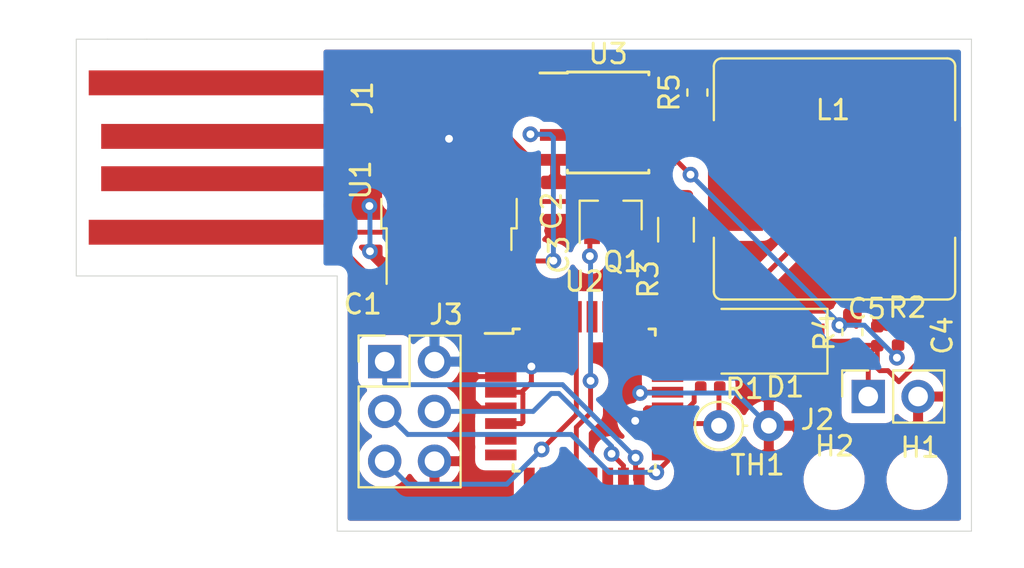
<source format=kicad_pcb>
(kicad_pcb (version 20171130) (host pcbnew "(5.1.0-0)")

  (general
    (thickness 1.6)
    (drawings 8)
    (tracks 163)
    (zones 0)
    (modules 22)
    (nets 38)
  )

  (page A4)
  (layers
    (0 F.Cu signal)
    (31 B.Cu signal)
    (32 B.Adhes user)
    (33 F.Adhes user)
    (34 B.Paste user)
    (35 F.Paste user)
    (36 B.SilkS user)
    (37 F.SilkS user)
    (38 B.Mask user)
    (39 F.Mask user)
    (40 Dwgs.User user)
    (41 Cmts.User user)
    (42 Eco1.User user)
    (43 Eco2.User user)
    (44 Edge.Cuts user)
    (45 Margin user)
    (46 B.CrtYd user)
    (47 F.CrtYd user)
    (48 B.Fab user)
    (49 F.Fab user)
  )

  (setup
    (last_trace_width 0.25)
    (trace_clearance 0.2)
    (zone_clearance 0.508)
    (zone_45_only no)
    (trace_min 0.2)
    (via_size 0.8)
    (via_drill 0.4)
    (via_min_size 0.4)
    (via_min_drill 0.3)
    (uvia_size 0.3)
    (uvia_drill 0.1)
    (uvias_allowed no)
    (uvia_min_size 0.2)
    (uvia_min_drill 0.1)
    (edge_width 0.05)
    (segment_width 0.2)
    (pcb_text_width 0.3)
    (pcb_text_size 1.5 1.5)
    (mod_edge_width 0.12)
    (mod_text_size 1 1)
    (mod_text_width 0.15)
    (pad_size 1.524 1.524)
    (pad_drill 0.762)
    (pad_to_mask_clearance 0.051)
    (solder_mask_min_width 0.25)
    (aux_axis_origin 0 0)
    (visible_elements FFFFFF7F)
    (pcbplotparams
      (layerselection 0x010fc_ffffffff)
      (usegerberextensions false)
      (usegerberattributes false)
      (usegerberadvancedattributes false)
      (creategerberjobfile false)
      (excludeedgelayer true)
      (linewidth 0.100000)
      (plotframeref false)
      (viasonmask false)
      (mode 1)
      (useauxorigin false)
      (hpglpennumber 1)
      (hpglpenspeed 20)
      (hpglpendiameter 15.000000)
      (psnegative false)
      (psa4output false)
      (plotreference true)
      (plotvalue true)
      (plotinvisibletext false)
      (padsonsilk false)
      (subtractmaskfromsilk false)
      (outputformat 1)
      (mirror false)
      (drillshape 0)
      (scaleselection 1)
      (outputdirectory "gerbers/"))
  )

  (net 0 "")
  (net 1 GND)
  (net 2 "Net-(C1-Pad1)")
  (net 3 5V)
  (net 4 "Net-(C3-Pad1)")
  (net 5 "Net-(C4-Pad1)")
  (net 6 "Net-(D1-Pad2)")
  (net 7 "Net-(J1-Pad2)")
  (net 8 "Net-(J1-Pad3)")
  (net 9 MISO)
  (net 10 SCK)
  (net 11 MOSI)
  (net 12 RESET)
  (net 13 "Net-(L1-Pad1)")
  (net 14 "Net-(Q1-Pad1)")
  (net 15 "Net-(R1-Pad2)")
  (net 16 "Net-(R2-Pad1)")
  (net 17 "Net-(R3-Pad2)")
  (net 18 "Net-(R5-Pad2)")
  (net 19 "Net-(U2-Pad1)")
  (net 20 "Net-(U2-Pad2)")
  (net 21 "Net-(U2-Pad7)")
  (net 22 "Net-(U2-Pad8)")
  (net 23 "Net-(U2-Pad9)")
  (net 24 "Net-(U2-Pad10)")
  (net 25 "Net-(U2-Pad11)")
  (net 26 "Net-(U2-Pad13)")
  (net 27 "Net-(U2-Pad14)")
  (net 28 "Net-(U2-Pad22)")
  (net 29 "Net-(U2-Pad23)")
  (net 30 "Net-(U2-Pad24)")
  (net 31 "Net-(U2-Pad25)")
  (net 32 "Net-(U2-Pad26)")
  (net 33 "Net-(U2-Pad27)")
  (net 34 "Net-(U2-Pad28)")
  (net 35 "Net-(U2-Pad30)")
  (net 36 "Net-(U2-Pad31)")
  (net 37 "Net-(U2-Pad32)")

  (net_class Default "This is the default net class."
    (clearance 0.2)
    (trace_width 0.25)
    (via_dia 0.8)
    (via_drill 0.4)
    (uvia_dia 0.3)
    (uvia_drill 0.1)
    (add_net 5V)
    (add_net GND)
    (add_net MISO)
    (add_net MOSI)
    (add_net "Net-(C1-Pad1)")
    (add_net "Net-(C3-Pad1)")
    (add_net "Net-(C4-Pad1)")
    (add_net "Net-(D1-Pad2)")
    (add_net "Net-(J1-Pad2)")
    (add_net "Net-(J1-Pad3)")
    (add_net "Net-(L1-Pad1)")
    (add_net "Net-(Q1-Pad1)")
    (add_net "Net-(R1-Pad2)")
    (add_net "Net-(R2-Pad1)")
    (add_net "Net-(R3-Pad2)")
    (add_net "Net-(R5-Pad2)")
    (add_net "Net-(U2-Pad1)")
    (add_net "Net-(U2-Pad10)")
    (add_net "Net-(U2-Pad11)")
    (add_net "Net-(U2-Pad13)")
    (add_net "Net-(U2-Pad14)")
    (add_net "Net-(U2-Pad2)")
    (add_net "Net-(U2-Pad22)")
    (add_net "Net-(U2-Pad23)")
    (add_net "Net-(U2-Pad24)")
    (add_net "Net-(U2-Pad25)")
    (add_net "Net-(U2-Pad26)")
    (add_net "Net-(U2-Pad27)")
    (add_net "Net-(U2-Pad28)")
    (add_net "Net-(U2-Pad30)")
    (add_net "Net-(U2-Pad31)")
    (add_net "Net-(U2-Pad32)")
    (add_net "Net-(U2-Pad7)")
    (add_net "Net-(U2-Pad8)")
    (add_net "Net-(U2-Pad9)")
    (add_net RESET)
    (add_net SCK)
  )

  (module Capacitor_SMD:C_0402_1005Metric (layer F.Cu) (tedit 5B301BBE) (tstamp 5F047DAF)
    (at 176.005 114.46)
    (descr "Capacitor SMD 0402 (1005 Metric), square (rectangular) end terminal, IPC_7351 nominal, (Body size source: http://www.tortai-tech.com/upload/download/2011102023233369053.pdf), generated with kicad-footprint-generator")
    (tags capacitor)
    (path /5F0484A1)
    (attr smd)
    (fp_text reference C1 (at -2.005 0.06) (layer F.SilkS)
      (effects (font (size 1 1) (thickness 0.15)))
    )
    (fp_text value 0.1u (at 0 1.17) (layer F.Fab)
      (effects (font (size 1 1) (thickness 0.15)))
    )
    (fp_text user %R (at 0 0) (layer F.Fab)
      (effects (font (size 0.25 0.25) (thickness 0.04)))
    )
    (fp_line (start 0.93 0.47) (end -0.93 0.47) (layer F.CrtYd) (width 0.05))
    (fp_line (start 0.93 -0.47) (end 0.93 0.47) (layer F.CrtYd) (width 0.05))
    (fp_line (start -0.93 -0.47) (end 0.93 -0.47) (layer F.CrtYd) (width 0.05))
    (fp_line (start -0.93 0.47) (end -0.93 -0.47) (layer F.CrtYd) (width 0.05))
    (fp_line (start 0.5 0.25) (end -0.5 0.25) (layer F.Fab) (width 0.1))
    (fp_line (start 0.5 -0.25) (end 0.5 0.25) (layer F.Fab) (width 0.1))
    (fp_line (start -0.5 -0.25) (end 0.5 -0.25) (layer F.Fab) (width 0.1))
    (fp_line (start -0.5 0.25) (end -0.5 -0.25) (layer F.Fab) (width 0.1))
    (pad 2 smd roundrect (at 0.485 0) (size 0.59 0.64) (layers F.Cu F.Paste F.Mask) (roundrect_rratio 0.25)
      (net 1 GND))
    (pad 1 smd roundrect (at -0.485 0) (size 0.59 0.64) (layers F.Cu F.Paste F.Mask) (roundrect_rratio 0.25)
      (net 2 "Net-(C1-Pad1)"))
    (model ${KISYS3DMOD}/Capacitor_SMD.3dshapes/C_0402_1005Metric.wrl
      (at (xyz 0 0 0))
      (scale (xyz 1 1 1))
      (rotate (xyz 0 0 0))
    )
  )

  (module Capacitor_SMD:C_0402_1005Metric (layer F.Cu) (tedit 5B301BBE) (tstamp 5F047DBE)
    (at 182.46 109.765 270)
    (descr "Capacitor SMD 0402 (1005 Metric), square (rectangular) end terminal, IPC_7351 nominal, (Body size source: http://www.tortai-tech.com/upload/download/2011102023233369053.pdf), generated with kicad-footprint-generator")
    (tags capacitor)
    (path /5F047FDC)
    (attr smd)
    (fp_text reference C2 (at 0 -1.17 270) (layer F.SilkS)
      (effects (font (size 1 1) (thickness 0.15)))
    )
    (fp_text value 0.1u (at 0 1.17 270) (layer F.Fab)
      (effects (font (size 1 1) (thickness 0.15)))
    )
    (fp_line (start -0.5 0.25) (end -0.5 -0.25) (layer F.Fab) (width 0.1))
    (fp_line (start -0.5 -0.25) (end 0.5 -0.25) (layer F.Fab) (width 0.1))
    (fp_line (start 0.5 -0.25) (end 0.5 0.25) (layer F.Fab) (width 0.1))
    (fp_line (start 0.5 0.25) (end -0.5 0.25) (layer F.Fab) (width 0.1))
    (fp_line (start -0.93 0.47) (end -0.93 -0.47) (layer F.CrtYd) (width 0.05))
    (fp_line (start -0.93 -0.47) (end 0.93 -0.47) (layer F.CrtYd) (width 0.05))
    (fp_line (start 0.93 -0.47) (end 0.93 0.47) (layer F.CrtYd) (width 0.05))
    (fp_line (start 0.93 0.47) (end -0.93 0.47) (layer F.CrtYd) (width 0.05))
    (fp_text user %R (at 0 0 270) (layer F.Fab)
      (effects (font (size 0.25 0.25) (thickness 0.04)))
    )
    (pad 1 smd roundrect (at -0.485 0 270) (size 0.59 0.64) (layers F.Cu F.Paste F.Mask) (roundrect_rratio 0.25)
      (net 3 5V))
    (pad 2 smd roundrect (at 0.485 0 270) (size 0.59 0.64) (layers F.Cu F.Paste F.Mask) (roundrect_rratio 0.25)
      (net 1 GND))
    (model ${KISYS3DMOD}/Capacitor_SMD.3dshapes/C_0402_1005Metric.wrl
      (at (xyz 0 0 0))
      (scale (xyz 1 1 1))
      (rotate (xyz 0 0 0))
    )
  )

  (module Capacitor_SMD:C_0402_1005Metric (layer F.Cu) (tedit 5B301BBE) (tstamp 5F047DCD)
    (at 182.48 111.83 90)
    (descr "Capacitor SMD 0402 (1005 Metric), square (rectangular) end terminal, IPC_7351 nominal, (Body size source: http://www.tortai-tech.com/upload/download/2011102023233369053.pdf), generated with kicad-footprint-generator")
    (tags capacitor)
    (path /5F064775)
    (attr smd)
    (fp_text reference C3 (at -0.17 1.52 90) (layer F.SilkS)
      (effects (font (size 1 1) (thickness 0.15)))
    )
    (fp_text value 1.5n (at 0 1.17 90) (layer F.Fab)
      (effects (font (size 1 1) (thickness 0.15)))
    )
    (fp_text user %R (at 0 0 90) (layer F.Fab)
      (effects (font (size 0.25 0.25) (thickness 0.04)))
    )
    (fp_line (start 0.93 0.47) (end -0.93 0.47) (layer F.CrtYd) (width 0.05))
    (fp_line (start 0.93 -0.47) (end 0.93 0.47) (layer F.CrtYd) (width 0.05))
    (fp_line (start -0.93 -0.47) (end 0.93 -0.47) (layer F.CrtYd) (width 0.05))
    (fp_line (start -0.93 0.47) (end -0.93 -0.47) (layer F.CrtYd) (width 0.05))
    (fp_line (start 0.5 0.25) (end -0.5 0.25) (layer F.Fab) (width 0.1))
    (fp_line (start 0.5 -0.25) (end 0.5 0.25) (layer F.Fab) (width 0.1))
    (fp_line (start -0.5 -0.25) (end 0.5 -0.25) (layer F.Fab) (width 0.1))
    (fp_line (start -0.5 0.25) (end -0.5 -0.25) (layer F.Fab) (width 0.1))
    (pad 2 smd roundrect (at 0.485 0 90) (size 0.59 0.64) (layers F.Cu F.Paste F.Mask) (roundrect_rratio 0.25)
      (net 1 GND))
    (pad 1 smd roundrect (at -0.485 0 90) (size 0.59 0.64) (layers F.Cu F.Paste F.Mask) (roundrect_rratio 0.25)
      (net 4 "Net-(C3-Pad1)"))
    (model ${KISYS3DMOD}/Capacitor_SMD.3dshapes/C_0402_1005Metric.wrl
      (at (xyz 0 0 0))
      (scale (xyz 1 1 1))
      (rotate (xyz 0 0 0))
    )
  )

  (module Capacitor_SMD:C_0402_1005Metric (layer F.Cu) (tedit 5B301BBE) (tstamp 5F047DDC)
    (at 202.31 116.11 90)
    (descr "Capacitor SMD 0402 (1005 Metric), square (rectangular) end terminal, IPC_7351 nominal, (Body size source: http://www.tortai-tech.com/upload/download/2011102023233369053.pdf), generated with kicad-footprint-generator")
    (tags capacitor)
    (path /5F060C43)
    (attr smd)
    (fp_text reference C4 (at -0.01 1.24 90) (layer F.SilkS)
      (effects (font (size 1 1) (thickness 0.15)))
    )
    (fp_text value 33p (at 0 1.17 90) (layer F.Fab)
      (effects (font (size 1 1) (thickness 0.15)))
    )
    (fp_line (start -0.5 0.25) (end -0.5 -0.25) (layer F.Fab) (width 0.1))
    (fp_line (start -0.5 -0.25) (end 0.5 -0.25) (layer F.Fab) (width 0.1))
    (fp_line (start 0.5 -0.25) (end 0.5 0.25) (layer F.Fab) (width 0.1))
    (fp_line (start 0.5 0.25) (end -0.5 0.25) (layer F.Fab) (width 0.1))
    (fp_line (start -0.93 0.47) (end -0.93 -0.47) (layer F.CrtYd) (width 0.05))
    (fp_line (start -0.93 -0.47) (end 0.93 -0.47) (layer F.CrtYd) (width 0.05))
    (fp_line (start 0.93 -0.47) (end 0.93 0.47) (layer F.CrtYd) (width 0.05))
    (fp_line (start 0.93 0.47) (end -0.93 0.47) (layer F.CrtYd) (width 0.05))
    (fp_text user %R (at 0 0 90) (layer F.Fab)
      (effects (font (size 0.25 0.25) (thickness 0.04)))
    )
    (pad 1 smd roundrect (at -0.485 0 90) (size 0.59 0.64) (layers F.Cu F.Paste F.Mask) (roundrect_rratio 0.25)
      (net 5 "Net-(C4-Pad1)"))
    (pad 2 smd roundrect (at 0.485 0 90) (size 0.59 0.64) (layers F.Cu F.Paste F.Mask) (roundrect_rratio 0.25)
      (net 1 GND))
    (model ${KISYS3DMOD}/Capacitor_SMD.3dshapes/C_0402_1005Metric.wrl
      (at (xyz 0 0 0))
      (scale (xyz 1 1 1))
      (rotate (xyz 0 0 0))
    )
  )

  (module Capacitor_SMD:C_0402_1005Metric (layer F.Cu) (tedit 5B301BBE) (tstamp 5F047DEB)
    (at 200.23 116.15 90)
    (descr "Capacitor SMD 0402 (1005 Metric), square (rectangular) end terminal, IPC_7351 nominal, (Body size source: http://www.tortai-tech.com/upload/download/2011102023233369053.pdf), generated with kicad-footprint-generator")
    (tags capacitor)
    (path /5F0663D7)
    (attr smd)
    (fp_text reference C5 (at 1.39 -0.53 180) (layer F.SilkS)
      (effects (font (size 1 1) (thickness 0.15)))
    )
    (fp_text value 10p (at 0 1.17 90) (layer F.Fab)
      (effects (font (size 1 1) (thickness 0.15)))
    )
    (fp_line (start -0.5 0.25) (end -0.5 -0.25) (layer F.Fab) (width 0.1))
    (fp_line (start -0.5 -0.25) (end 0.5 -0.25) (layer F.Fab) (width 0.1))
    (fp_line (start 0.5 -0.25) (end 0.5 0.25) (layer F.Fab) (width 0.1))
    (fp_line (start 0.5 0.25) (end -0.5 0.25) (layer F.Fab) (width 0.1))
    (fp_line (start -0.93 0.47) (end -0.93 -0.47) (layer F.CrtYd) (width 0.05))
    (fp_line (start -0.93 -0.47) (end 0.93 -0.47) (layer F.CrtYd) (width 0.05))
    (fp_line (start 0.93 -0.47) (end 0.93 0.47) (layer F.CrtYd) (width 0.05))
    (fp_line (start 0.93 0.47) (end -0.93 0.47) (layer F.CrtYd) (width 0.05))
    (fp_text user %R (at 0 0 90) (layer F.Fab)
      (effects (font (size 0.25 0.25) (thickness 0.04)))
    )
    (pad 1 smd roundrect (at -0.485 0 90) (size 0.59 0.64) (layers F.Cu F.Paste F.Mask) (roundrect_rratio 0.25)
      (net 5 "Net-(C4-Pad1)"))
    (pad 2 smd roundrect (at 0.485 0 90) (size 0.59 0.64) (layers F.Cu F.Paste F.Mask) (roundrect_rratio 0.25)
      (net 1 GND))
    (model ${KISYS3DMOD}/Capacitor_SMD.3dshapes/C_0402_1005Metric.wrl
      (at (xyz 0 0 0))
      (scale (xyz 1 1 1))
      (rotate (xyz 0 0 0))
    )
  )

  (module Diode_SMD:D_SMA (layer F.Cu) (tedit 586432E5) (tstamp 5F047E03)
    (at 194.29 116.41 180)
    (descr "Diode SMA (DO-214AC)")
    (tags "Diode SMA (DO-214AC)")
    (path /5F05FAC8)
    (attr smd)
    (fp_text reference D1 (at -1.24 -2.34 180) (layer F.SilkS)
      (effects (font (size 1 1) (thickness 0.15)))
    )
    (fp_text value D (at 0 2.6 180) (layer F.Fab)
      (effects (font (size 1 1) (thickness 0.15)))
    )
    (fp_text user %R (at -1.32 -2.36 180) (layer F.Fab)
      (effects (font (size 1 1) (thickness 0.15)))
    )
    (fp_line (start -3.4 -1.65) (end -3.4 1.65) (layer F.SilkS) (width 0.12))
    (fp_line (start 2.3 1.5) (end -2.3 1.5) (layer F.Fab) (width 0.1))
    (fp_line (start -2.3 1.5) (end -2.3 -1.5) (layer F.Fab) (width 0.1))
    (fp_line (start 2.3 -1.5) (end 2.3 1.5) (layer F.Fab) (width 0.1))
    (fp_line (start 2.3 -1.5) (end -2.3 -1.5) (layer F.Fab) (width 0.1))
    (fp_line (start -3.5 -1.75) (end 3.5 -1.75) (layer F.CrtYd) (width 0.05))
    (fp_line (start 3.5 -1.75) (end 3.5 1.75) (layer F.CrtYd) (width 0.05))
    (fp_line (start 3.5 1.75) (end -3.5 1.75) (layer F.CrtYd) (width 0.05))
    (fp_line (start -3.5 1.75) (end -3.5 -1.75) (layer F.CrtYd) (width 0.05))
    (fp_line (start -0.64944 0.00102) (end -1.55114 0.00102) (layer F.Fab) (width 0.1))
    (fp_line (start 0.50118 0.00102) (end 1.4994 0.00102) (layer F.Fab) (width 0.1))
    (fp_line (start -0.64944 -0.79908) (end -0.64944 0.80112) (layer F.Fab) (width 0.1))
    (fp_line (start 0.50118 0.75032) (end 0.50118 -0.79908) (layer F.Fab) (width 0.1))
    (fp_line (start -0.64944 0.00102) (end 0.50118 0.75032) (layer F.Fab) (width 0.1))
    (fp_line (start -0.64944 0.00102) (end 0.50118 -0.79908) (layer F.Fab) (width 0.1))
    (fp_line (start -3.4 1.65) (end 2 1.65) (layer F.SilkS) (width 0.12))
    (fp_line (start -3.4 -1.65) (end 2 -1.65) (layer F.SilkS) (width 0.12))
    (pad 1 smd rect (at -2 0 180) (size 2.5 1.8) (layers F.Cu F.Paste F.Mask)
      (net 5 "Net-(C4-Pad1)"))
    (pad 2 smd rect (at 2 0 180) (size 2.5 1.8) (layers F.Cu F.Paste F.Mask)
      (net 6 "Net-(D1-Pad2)"))
    (model ${KISYS3DMOD}/Diode_SMD.3dshapes/D_SMA.wrl
      (at (xyz 0 0 0))
      (scale (xyz 1 1 1))
      (rotate (xyz 0 0 0))
    )
  )

  (module MountingHole:MountingHole_2.1mm (layer F.Cu) (tedit 5B924765) (tstamp 5F047E0B)
    (at 202.26 123.46)
    (descr "Mounting Hole 2.1mm, no annular")
    (tags "mounting hole 2.1mm no annular")
    (path /5F035B6A)
    (attr virtual)
    (fp_text reference H1 (at 0.15 -1.63) (layer F.SilkS)
      (effects (font (size 1 1) (thickness 0.15)))
    )
    (fp_text value Strain+ (at 0 3.2) (layer F.Fab)
      (effects (font (size 1 1) (thickness 0.15)))
    )
    (fp_circle (center 0 0) (end 2.35 0) (layer F.CrtYd) (width 0.05))
    (fp_circle (center 0 0) (end 2.1 0) (layer Cmts.User) (width 0.15))
    (fp_text user %R (at 0.3 0) (layer F.Fab)
      (effects (font (size 1 1) (thickness 0.15)))
    )
    (pad "" np_thru_hole circle (at 0 0) (size 2.1 2.1) (drill 2.1) (layers *.Cu *.Mask))
  )

  (module MountingHole:MountingHole_2.1mm (layer F.Cu) (tedit 5B924765) (tstamp 5F047E13)
    (at 198.03 123.46)
    (descr "Mounting Hole 2.1mm, no annular")
    (tags "mounting hole 2.1mm no annular")
    (path /5F03587E)
    (attr virtual)
    (fp_text reference H2 (at 0.02 -1.7) (layer F.SilkS)
      (effects (font (size 1 1) (thickness 0.15)))
    )
    (fp_text value Strain- (at 0 3.2) (layer F.Fab)
      (effects (font (size 1 1) (thickness 0.15)))
    )
    (fp_text user %R (at 0.3 0) (layer F.Fab)
      (effects (font (size 1 1) (thickness 0.15)))
    )
    (fp_circle (center 0 0) (end 2.1 0) (layer Cmts.User) (width 0.15))
    (fp_circle (center 0 0) (end 2.35 0) (layer F.CrtYd) (width 0.05))
    (pad "" np_thru_hole circle (at 0 0) (size 2.1 2.1) (drill 2.1) (layers *.Cu *.Mask))
  )

  (module Connector_PinSocket_2.54mm:PinSocket_1x02_P2.54mm_Vertical (layer F.Cu) (tedit 5A19A420) (tstamp 5F047E59)
    (at 199.77 119.23 90)
    (descr "Through hole straight socket strip, 1x02, 2.54mm pitch, single row (from Kicad 4.0.7), script generated")
    (tags "Through hole socket strip THT 1x02 2.54mm single row")
    (path /5F035F02)
    (fp_text reference J2 (at -1.18 -2.59 180) (layer F.SilkS)
      (effects (font (size 1 1) (thickness 0.15)))
    )
    (fp_text value Fan (at 0 5.31 90) (layer F.Fab)
      (effects (font (size 1 1) (thickness 0.15)))
    )
    (fp_line (start -1.27 -1.27) (end 0.635 -1.27) (layer F.Fab) (width 0.1))
    (fp_line (start 0.635 -1.27) (end 1.27 -0.635) (layer F.Fab) (width 0.1))
    (fp_line (start 1.27 -0.635) (end 1.27 3.81) (layer F.Fab) (width 0.1))
    (fp_line (start 1.27 3.81) (end -1.27 3.81) (layer F.Fab) (width 0.1))
    (fp_line (start -1.27 3.81) (end -1.27 -1.27) (layer F.Fab) (width 0.1))
    (fp_line (start -1.33 1.27) (end 1.33 1.27) (layer F.SilkS) (width 0.12))
    (fp_line (start -1.33 1.27) (end -1.33 3.87) (layer F.SilkS) (width 0.12))
    (fp_line (start -1.33 3.87) (end 1.33 3.87) (layer F.SilkS) (width 0.12))
    (fp_line (start 1.33 1.27) (end 1.33 3.87) (layer F.SilkS) (width 0.12))
    (fp_line (start 1.33 -1.33) (end 1.33 0) (layer F.SilkS) (width 0.12))
    (fp_line (start 0 -1.33) (end 1.33 -1.33) (layer F.SilkS) (width 0.12))
    (fp_line (start -1.8 -1.8) (end 1.75 -1.8) (layer F.CrtYd) (width 0.05))
    (fp_line (start 1.75 -1.8) (end 1.75 4.3) (layer F.CrtYd) (width 0.05))
    (fp_line (start 1.75 4.3) (end -1.8 4.3) (layer F.CrtYd) (width 0.05))
    (fp_line (start -1.8 4.3) (end -1.8 -1.8) (layer F.CrtYd) (width 0.05))
    (fp_text user %R (at 0 1.27 180) (layer F.Fab)
      (effects (font (size 1 1) (thickness 0.15)))
    )
    (pad 1 thru_hole rect (at 0 0 90) (size 1.7 1.7) (drill 1) (layers *.Cu *.Mask)
      (net 5 "Net-(C4-Pad1)"))
    (pad 2 thru_hole oval (at 0 2.54 90) (size 1.7 1.7) (drill 1) (layers *.Cu *.Mask)
      (net 1 GND))
    (model ${KISYS3DMOD}/Connector_PinSocket_2.54mm.3dshapes/PinSocket_1x02_P2.54mm_Vertical.wrl
      (at (xyz 0 0 0))
      (scale (xyz 1 1 1))
      (rotate (xyz 0 0 0))
    )
  )

  (module Connector_PinHeader_2.54mm:PinHeader_2x03_P2.54mm_Vertical (layer F.Cu) (tedit 59FED5CC) (tstamp 5F047E75)
    (at 175.12 117.45)
    (descr "Through hole straight pin header, 2x03, 2.54mm pitch, double rows")
    (tags "Through hole pin header THT 2x03 2.54mm double row")
    (path /5F056E01)
    (fp_text reference J3 (at 3.13 -2.4) (layer F.SilkS)
      (effects (font (size 1 1) (thickness 0.15)))
    )
    (fp_text value Conn_02x03_Odd_Even (at 1.27 7.41) (layer F.Fab)
      (effects (font (size 1 1) (thickness 0.15)))
    )
    (fp_line (start 0 -1.27) (end 3.81 -1.27) (layer F.Fab) (width 0.1))
    (fp_line (start 3.81 -1.27) (end 3.81 6.35) (layer F.Fab) (width 0.1))
    (fp_line (start 3.81 6.35) (end -1.27 6.35) (layer F.Fab) (width 0.1))
    (fp_line (start -1.27 6.35) (end -1.27 0) (layer F.Fab) (width 0.1))
    (fp_line (start -1.27 0) (end 0 -1.27) (layer F.Fab) (width 0.1))
    (fp_line (start -1.33 6.41) (end 3.87 6.41) (layer F.SilkS) (width 0.12))
    (fp_line (start -1.33 1.27) (end -1.33 6.41) (layer F.SilkS) (width 0.12))
    (fp_line (start 3.87 -1.33) (end 3.87 6.41) (layer F.SilkS) (width 0.12))
    (fp_line (start -1.33 1.27) (end 1.27 1.27) (layer F.SilkS) (width 0.12))
    (fp_line (start 1.27 1.27) (end 1.27 -1.33) (layer F.SilkS) (width 0.12))
    (fp_line (start 1.27 -1.33) (end 3.87 -1.33) (layer F.SilkS) (width 0.12))
    (fp_line (start -1.33 0) (end -1.33 -1.33) (layer F.SilkS) (width 0.12))
    (fp_line (start -1.33 -1.33) (end 0 -1.33) (layer F.SilkS) (width 0.12))
    (fp_line (start -1.8 -1.8) (end -1.8 6.85) (layer F.CrtYd) (width 0.05))
    (fp_line (start -1.8 6.85) (end 4.35 6.85) (layer F.CrtYd) (width 0.05))
    (fp_line (start 4.35 6.85) (end 4.35 -1.8) (layer F.CrtYd) (width 0.05))
    (fp_line (start 4.35 -1.8) (end -1.8 -1.8) (layer F.CrtYd) (width 0.05))
    (fp_text user %R (at 1.27 2.54 90) (layer F.Fab)
      (effects (font (size 1 1) (thickness 0.15)))
    )
    (pad 1 thru_hole rect (at 0 0) (size 1.7 1.7) (drill 1) (layers *.Cu *.Mask)
      (net 9 MISO))
    (pad 2 thru_hole oval (at 2.54 0) (size 1.7 1.7) (drill 1) (layers *.Cu *.Mask)
      (net 3 5V))
    (pad 3 thru_hole oval (at 0 2.54) (size 1.7 1.7) (drill 1) (layers *.Cu *.Mask)
      (net 10 SCK))
    (pad 4 thru_hole oval (at 2.54 2.54) (size 1.7 1.7) (drill 1) (layers *.Cu *.Mask)
      (net 11 MOSI))
    (pad 5 thru_hole oval (at 0 5.08) (size 1.7 1.7) (drill 1) (layers *.Cu *.Mask)
      (net 12 RESET))
    (pad 6 thru_hole oval (at 2.54 5.08) (size 1.7 1.7) (drill 1) (layers *.Cu *.Mask)
      (net 1 GND))
    (model ${KISYS3DMOD}/Connector_PinHeader_2.54mm.3dshapes/PinHeader_2x03_P2.54mm_Vertical.wrl
      (at (xyz 0 0 0))
      (scale (xyz 1 1 1))
      (rotate (xyz 0 0 0))
    )
  )

  (module Inductor_SMD:L_Bourns_SRR1210A (layer F.Cu) (tedit 5B853E9E) (tstamp 5F047EA1)
    (at 198.05 108.13)
    (descr "Bourns SRR1210A series SMD inductor https://www.bourns.com/docs/Product-Datasheets/SRR1210A.pdf")
    (tags "Bourns SRR1210A SMD inductor")
    (path /5F05DE92)
    (attr smd)
    (fp_text reference L1 (at -0.08 -3.52) (layer F.SilkS)
      (effects (font (size 1 1) (thickness 0.15)))
    )
    (fp_text value 170u (at 0 7.4) (layer F.Fab)
      (effects (font (size 1 1) (thickness 0.15)))
    )
    (fp_circle (center 0 0) (end 0 -5.6) (layer F.Fab) (width 0.1))
    (fp_line (start -5.75 -6) (end 5.75 -6) (layer F.Fab) (width 0.1))
    (fp_line (start -4 2) (end -4 -2) (layer F.Fab) (width 0.1))
    (fp_line (start -6 -5.75) (end -6 5.75) (layer F.Fab) (width 0.1))
    (fp_line (start 5.75 6) (end -5.75 6) (layer F.Fab) (width 0.1))
    (fp_line (start 6 -5.75) (end 6 5.75) (layer F.Fab) (width 0.1))
    (fp_line (start 4 -2) (end 4 2) (layer F.Fab) (width 0.1))
    (fp_line (start -5.75 -6.15) (end 5.75 -6.15) (layer F.SilkS) (width 0.12))
    (fp_line (start -6.15 -5.75) (end -6.15 -3) (layer F.SilkS) (width 0.12))
    (fp_line (start 5.75 6.15) (end -5.75 6.15) (layer F.SilkS) (width 0.12))
    (fp_line (start 6.15 -5.75) (end 6.15 -3) (layer F.SilkS) (width 0.12))
    (fp_line (start -5.75 -6.25) (end 5.75 -6.25) (layer F.CrtYd) (width 0.05))
    (fp_line (start -6.25 5.75) (end -6.25 2.9) (layer F.CrtYd) (width 0.05))
    (fp_line (start 5.75 6.25) (end -5.75 6.25) (layer F.CrtYd) (width 0.05))
    (fp_line (start 6.25 2.9) (end 6.25 5.75) (layer F.CrtYd) (width 0.05))
    (fp_text user %R (at 0 0) (layer F.Fab)
      (effects (font (size 1 1) (thickness 0.15)))
    )
    (fp_arc (start -5.75 -5.75) (end -5.75 -6) (angle -90) (layer F.Fab) (width 0.1))
    (fp_arc (start 5.75 -5.75) (end 6 -5.75) (angle -90) (layer F.Fab) (width 0.1))
    (fp_arc (start 5.75 5.75) (end 5.75 6) (angle -90) (layer F.Fab) (width 0.1))
    (fp_arc (start -5.75 5.75) (end -6 5.75) (angle -90) (layer F.Fab) (width 0.1))
    (fp_line (start -6.15 3) (end -6.15 5.75) (layer F.SilkS) (width 0.12))
    (fp_line (start 6.15 3) (end 6.15 5.75) (layer F.SilkS) (width 0.12))
    (fp_arc (start -5.75 -5.75) (end -5.75 -6.15) (angle -90) (layer F.SilkS) (width 0.12))
    (fp_arc (start -5.75 5.75) (end -6.15 5.75) (angle -90) (layer F.SilkS) (width 0.12))
    (fp_arc (start 5.75 5.75) (end 5.75 6.15) (angle -90) (layer F.SilkS) (width 0.12))
    (fp_arc (start 5.75 -5.75) (end 6.15 -5.75) (angle -90) (layer F.SilkS) (width 0.12))
    (fp_arc (start -5.75 -5.75) (end -5.75 -6.25) (angle -90) (layer F.CrtYd) (width 0.05))
    (fp_arc (start -5.75 5.75) (end -6.25 5.75) (angle -90) (layer F.CrtYd) (width 0.05))
    (fp_arc (start 5.75 5.75) (end 5.75 6.25) (angle -90) (layer F.CrtYd) (width 0.05))
    (fp_arc (start 5.75 -5.75) (end 6.25 -5.75) (angle -90) (layer F.CrtYd) (width 0.05))
    (fp_line (start 6.7 -2.9) (end 6.25 -2.9) (layer F.CrtYd) (width 0.05))
    (fp_line (start 6.7 -2.9) (end 6.7 2.9) (layer F.CrtYd) (width 0.05))
    (fp_line (start 6.7 2.9) (end 6.25 2.9) (layer F.CrtYd) (width 0.05))
    (fp_line (start 6.25 -5.75) (end 6.25 -2.9) (layer F.CrtYd) (width 0.05))
    (fp_line (start -6.7 -2.9) (end -6.25 -2.9) (layer F.CrtYd) (width 0.05))
    (fp_line (start -6.25 2.9) (end -6.7 2.9) (layer F.CrtYd) (width 0.05))
    (fp_line (start -6.7 -2.9) (end -6.7 2.9) (layer F.CrtYd) (width 0.05))
    (fp_line (start -6.25 -5.75) (end -6.25 -2.9) (layer F.CrtYd) (width 0.05))
    (pad 2 smd rect (at 5.05 0) (size 2.8 5.3) (layers F.Cu F.Paste F.Mask)
      (net 6 "Net-(D1-Pad2)"))
    (pad 1 smd rect (at -5.05 0) (size 2.8 5.3) (layers F.Cu F.Paste F.Mask)
      (net 13 "Net-(L1-Pad1)"))
    (model ${KISYS3DMOD}/Inductor_SMD.3dshapes/L_Bourns_SRR1210A.wrl
      (at (xyz 0 0 0))
      (scale (xyz 1 1 1))
      (rotate (xyz 0 0 0))
    )
    (model ${KISYS3DMOD}/Inductor_SMD.3dshapes/L_Bourns_SRR1260.step
      (at (xyz 0 0 0))
      (scale (xyz 1 1 1))
      (rotate (xyz 0 0 0))
    )
  )

  (module Package_TO_SOT_SMD:SOT-23 (layer F.Cu) (tedit 5A02FF57) (tstamp 5F047EB6)
    (at 186.64 110 90)
    (descr "SOT-23, Standard")
    (tags SOT-23)
    (path /5F0524C9)
    (attr smd)
    (fp_text reference Q1 (at -2.36 0.6 180) (layer F.SilkS)
      (effects (font (size 1 1) (thickness 0.15)))
    )
    (fp_text value AO3400A (at 0 2.5 90) (layer F.Fab)
      (effects (font (size 1 1) (thickness 0.15)))
    )
    (fp_text user %R (at 0 0 180) (layer F.Fab)
      (effects (font (size 0.5 0.5) (thickness 0.075)))
    )
    (fp_line (start -0.7 -0.95) (end -0.7 1.5) (layer F.Fab) (width 0.1))
    (fp_line (start -0.15 -1.52) (end 0.7 -1.52) (layer F.Fab) (width 0.1))
    (fp_line (start -0.7 -0.95) (end -0.15 -1.52) (layer F.Fab) (width 0.1))
    (fp_line (start 0.7 -1.52) (end 0.7 1.52) (layer F.Fab) (width 0.1))
    (fp_line (start -0.7 1.52) (end 0.7 1.52) (layer F.Fab) (width 0.1))
    (fp_line (start 0.76 1.58) (end 0.76 0.65) (layer F.SilkS) (width 0.12))
    (fp_line (start 0.76 -1.58) (end 0.76 -0.65) (layer F.SilkS) (width 0.12))
    (fp_line (start -1.7 -1.75) (end 1.7 -1.75) (layer F.CrtYd) (width 0.05))
    (fp_line (start 1.7 -1.75) (end 1.7 1.75) (layer F.CrtYd) (width 0.05))
    (fp_line (start 1.7 1.75) (end -1.7 1.75) (layer F.CrtYd) (width 0.05))
    (fp_line (start -1.7 1.75) (end -1.7 -1.75) (layer F.CrtYd) (width 0.05))
    (fp_line (start 0.76 -1.58) (end -1.4 -1.58) (layer F.SilkS) (width 0.12))
    (fp_line (start 0.76 1.58) (end -0.7 1.58) (layer F.SilkS) (width 0.12))
    (pad 1 smd rect (at -1 -0.95 90) (size 0.9 0.8) (layers F.Cu F.Paste F.Mask)
      (net 14 "Net-(Q1-Pad1)"))
    (pad 2 smd rect (at -1 0.95 90) (size 0.9 0.8) (layers F.Cu F.Paste F.Mask)
      (net 13 "Net-(L1-Pad1)"))
    (pad 3 smd rect (at 1 0 90) (size 0.9 0.8) (layers F.Cu F.Paste F.Mask)
      (net 3 5V))
    (model ${KISYS3DMOD}/Package_TO_SOT_SMD.3dshapes/SOT-23.wrl
      (at (xyz 0 0 0))
      (scale (xyz 1 1 1))
      (rotate (xyz 0 0 0))
    )
  )

  (module Resistor_SMD:R_0402_1005Metric (layer F.Cu) (tedit 5B301BBD) (tstamp 5F047EC5)
    (at 191.715 118.77)
    (descr "Resistor SMD 0402 (1005 Metric), square (rectangular) end terminal, IPC_7351 nominal, (Body size source: http://www.tortai-tech.com/upload/download/2011102023233369053.pdf), generated with kicad-footprint-generator")
    (tags resistor)
    (path /5F038C8D)
    (attr smd)
    (fp_text reference R1 (at 1.745 0.06) (layer F.SilkS)
      (effects (font (size 1 1) (thickness 0.15)))
    )
    (fp_text value 100k (at 0 1.17) (layer F.Fab)
      (effects (font (size 1 1) (thickness 0.15)))
    )
    (fp_line (start -0.5 0.25) (end -0.5 -0.25) (layer F.Fab) (width 0.1))
    (fp_line (start -0.5 -0.25) (end 0.5 -0.25) (layer F.Fab) (width 0.1))
    (fp_line (start 0.5 -0.25) (end 0.5 0.25) (layer F.Fab) (width 0.1))
    (fp_line (start 0.5 0.25) (end -0.5 0.25) (layer F.Fab) (width 0.1))
    (fp_line (start -0.93 0.47) (end -0.93 -0.47) (layer F.CrtYd) (width 0.05))
    (fp_line (start -0.93 -0.47) (end 0.93 -0.47) (layer F.CrtYd) (width 0.05))
    (fp_line (start 0.93 -0.47) (end 0.93 0.47) (layer F.CrtYd) (width 0.05))
    (fp_line (start 0.93 0.47) (end -0.93 0.47) (layer F.CrtYd) (width 0.05))
    (fp_text user %R (at 0 0) (layer F.Fab)
      (effects (font (size 0.25 0.25) (thickness 0.04)))
    )
    (pad 1 smd roundrect (at -0.485 0) (size 0.59 0.64) (layers F.Cu F.Paste F.Mask) (roundrect_rratio 0.25)
      (net 3 5V))
    (pad 2 smd roundrect (at 0.485 0) (size 0.59 0.64) (layers F.Cu F.Paste F.Mask) (roundrect_rratio 0.25)
      (net 15 "Net-(R1-Pad2)"))
    (model ${KISYS3DMOD}/Resistor_SMD.3dshapes/R_0402_1005Metric.wrl
      (at (xyz 0 0 0))
      (scale (xyz 1 1 1))
      (rotate (xyz 0 0 0))
    )
  )

  (module Resistor_SMD:R_0402_1005Metric (layer F.Cu) (tedit 5B301BBD) (tstamp 5F047ED4)
    (at 201.29 116.12 90)
    (descr "Resistor SMD 0402 (1005 Metric), square (rectangular) end terminal, IPC_7351 nominal, (Body size source: http://www.tortai-tech.com/upload/download/2011102023233369053.pdf), generated with kicad-footprint-generator")
    (tags resistor)
    (path /5F0626C3)
    (attr smd)
    (fp_text reference R2 (at 1.43 0.47 180) (layer F.SilkS)
      (effects (font (size 1 1) (thickness 0.15)))
    )
    (fp_text value 1.5k (at 0 1.17 90) (layer F.Fab)
      (effects (font (size 1 1) (thickness 0.15)))
    )
    (fp_text user %R (at 0 0 90) (layer F.Fab)
      (effects (font (size 0.25 0.25) (thickness 0.04)))
    )
    (fp_line (start 0.93 0.47) (end -0.93 0.47) (layer F.CrtYd) (width 0.05))
    (fp_line (start 0.93 -0.47) (end 0.93 0.47) (layer F.CrtYd) (width 0.05))
    (fp_line (start -0.93 -0.47) (end 0.93 -0.47) (layer F.CrtYd) (width 0.05))
    (fp_line (start -0.93 0.47) (end -0.93 -0.47) (layer F.CrtYd) (width 0.05))
    (fp_line (start 0.5 0.25) (end -0.5 0.25) (layer F.Fab) (width 0.1))
    (fp_line (start 0.5 -0.25) (end 0.5 0.25) (layer F.Fab) (width 0.1))
    (fp_line (start -0.5 -0.25) (end 0.5 -0.25) (layer F.Fab) (width 0.1))
    (fp_line (start -0.5 0.25) (end -0.5 -0.25) (layer F.Fab) (width 0.1))
    (pad 2 smd roundrect (at 0.485 0 90) (size 0.59 0.64) (layers F.Cu F.Paste F.Mask) (roundrect_rratio 0.25)
      (net 1 GND))
    (pad 1 smd roundrect (at -0.485 0 90) (size 0.59 0.64) (layers F.Cu F.Paste F.Mask) (roundrect_rratio 0.25)
      (net 16 "Net-(R2-Pad1)"))
    (model ${KISYS3DMOD}/Resistor_SMD.3dshapes/R_0402_1005Metric.wrl
      (at (xyz 0 0 0))
      (scale (xyz 1 1 1))
      (rotate (xyz 0 0 0))
    )
  )

  (module Resistor_SMD:R_1206_3216Metric (layer F.Cu) (tedit 5B301BBD) (tstamp 5F047EE5)
    (at 189.97 110.72 90)
    (descr "Resistor SMD 1206 (3216 Metric), square (rectangular) end terminal, IPC_7351 nominal, (Body size source: http://www.tortai-tech.com/upload/download/2011102023233369053.pdf), generated with kicad-footprint-generator")
    (tags resistor)
    (path /5F05B3B3)
    (attr smd)
    (fp_text reference R3 (at -2.53 -1.42 90) (layer F.SilkS)
      (effects (font (size 1 1) (thickness 0.15)))
    )
    (fp_text value 0.1 (at 0 1.82 90) (layer F.Fab)
      (effects (font (size 1 1) (thickness 0.15)))
    )
    (fp_line (start -1.6 0.8) (end -1.6 -0.8) (layer F.Fab) (width 0.1))
    (fp_line (start -1.6 -0.8) (end 1.6 -0.8) (layer F.Fab) (width 0.1))
    (fp_line (start 1.6 -0.8) (end 1.6 0.8) (layer F.Fab) (width 0.1))
    (fp_line (start 1.6 0.8) (end -1.6 0.8) (layer F.Fab) (width 0.1))
    (fp_line (start -0.602064 -0.91) (end 0.602064 -0.91) (layer F.SilkS) (width 0.12))
    (fp_line (start -0.602064 0.91) (end 0.602064 0.91) (layer F.SilkS) (width 0.12))
    (fp_line (start -2.28 1.12) (end -2.28 -1.12) (layer F.CrtYd) (width 0.05))
    (fp_line (start -2.28 -1.12) (end 2.28 -1.12) (layer F.CrtYd) (width 0.05))
    (fp_line (start 2.28 -1.12) (end 2.28 1.12) (layer F.CrtYd) (width 0.05))
    (fp_line (start 2.28 1.12) (end -2.28 1.12) (layer F.CrtYd) (width 0.05))
    (fp_text user %R (at 0 0 90) (layer F.Fab)
      (effects (font (size 0.8 0.8) (thickness 0.12)))
    )
    (pad 1 smd roundrect (at -1.4 0 90) (size 1.25 1.75) (layers F.Cu F.Paste F.Mask) (roundrect_rratio 0.2)
      (net 13 "Net-(L1-Pad1)"))
    (pad 2 smd roundrect (at 1.4 0 90) (size 1.25 1.75) (layers F.Cu F.Paste F.Mask) (roundrect_rratio 0.2)
      (net 17 "Net-(R3-Pad2)"))
    (model ${KISYS3DMOD}/Resistor_SMD.3dshapes/R_1206_3216Metric.wrl
      (at (xyz 0 0 0))
      (scale (xyz 1 1 1))
      (rotate (xyz 0 0 0))
    )
  )

  (module Inductor_THT:L_Axial_L5.3mm_D2.2mm_P2.54mm_Vertical_Vishay_IM-1 (layer F.Cu) (tedit 5AE59B05) (tstamp 5F047F12)
    (at 192.16 120.72)
    (descr "Inductor, Axial series, Axial, Vertical, pin pitch=2.54mm, , length*diameter=5.3*2.2mm^2, Vishay, IM-1, http://www.vishay.com/docs/34030/im.pdf")
    (tags "Inductor Axial series Axial Vertical pin pitch 2.54mm  length 5.3mm diameter 2.2mm Vishay IM-1")
    (path /5F038083)
    (fp_text reference TH1 (at 1.97 2.01) (layer F.SilkS)
      (effects (font (size 1 1) (thickness 0.15)))
    )
    (fp_text value 100k (at 1.27 2.22) (layer F.Fab)
      (effects (font (size 1 1) (thickness 0.15)))
    )
    (fp_circle (center 0 0) (end 1.1 0) (layer F.Fab) (width 0.1))
    (fp_circle (center 0 0) (end 1.22 0) (layer F.SilkS) (width 0.12))
    (fp_line (start 0 0) (end 2.54 0) (layer F.Fab) (width 0.1))
    (fp_line (start 1.22 0) (end 1.44 0) (layer F.SilkS) (width 0.12))
    (fp_line (start -1.35 -1.35) (end -1.35 1.35) (layer F.CrtYd) (width 0.05))
    (fp_line (start -1.35 1.35) (end 3.59 1.35) (layer F.CrtYd) (width 0.05))
    (fp_line (start 3.59 1.35) (end 3.59 -1.35) (layer F.CrtYd) (width 0.05))
    (fp_line (start 3.59 -1.35) (end -1.35 -1.35) (layer F.CrtYd) (width 0.05))
    (fp_text user %R (at 0.55 2.36) (layer F.Fab)
      (effects (font (size 1 1) (thickness 0.15)))
    )
    (pad 1 thru_hole circle (at 0 0) (size 1.6 1.6) (drill 0.8) (layers *.Cu *.Mask)
      (net 15 "Net-(R1-Pad2)"))
    (pad 2 thru_hole oval (at 2.54 0) (size 1.6 1.6) (drill 0.8) (layers *.Cu *.Mask)
      (net 1 GND))
    (model ${KISYS3DMOD}/Inductor_THT.3dshapes/L_Axial_L5.3mm_D2.2mm_P2.54mm_Vertical_Vishay_IM-1.wrl
      (at (xyz 0 0 0))
      (scale (xyz 1 1 1))
      (rotate (xyz 0 0 0))
    )
  )

  (module Package_TO_SOT_SMD:TO-252-2 (layer F.Cu) (tedit 5A70A390) (tstamp 5F047F36)
    (at 178.4 108.18 90)
    (descr "TO-252 / DPAK SMD package, http://www.infineon.com/cms/en/product/packages/PG-TO252/PG-TO252-3-1/")
    (tags "DPAK TO-252 DPAK-3 TO-252-3 SOT-428")
    (path /5F0415F2)
    (attr smd)
    (fp_text reference U1 (at 0 -4.5 90) (layer F.SilkS)
      (effects (font (size 1 1) (thickness 0.15)))
    )
    (fp_text value LM317_3PinPackage (at 0 4.5 90) (layer F.Fab)
      (effects (font (size 1 1) (thickness 0.15)))
    )
    (fp_line (start 3.95 -2.7) (end 4.95 -2.7) (layer F.Fab) (width 0.1))
    (fp_line (start 4.95 -2.7) (end 4.95 2.7) (layer F.Fab) (width 0.1))
    (fp_line (start 4.95 2.7) (end 3.95 2.7) (layer F.Fab) (width 0.1))
    (fp_line (start 3.95 -3.25) (end 3.95 3.25) (layer F.Fab) (width 0.1))
    (fp_line (start 3.95 3.25) (end -2.27 3.25) (layer F.Fab) (width 0.1))
    (fp_line (start -2.27 3.25) (end -2.27 -2.25) (layer F.Fab) (width 0.1))
    (fp_line (start -2.27 -2.25) (end -1.27 -3.25) (layer F.Fab) (width 0.1))
    (fp_line (start -1.27 -3.25) (end 3.95 -3.25) (layer F.Fab) (width 0.1))
    (fp_line (start -1.865 -2.655) (end -4.97 -2.655) (layer F.Fab) (width 0.1))
    (fp_line (start -4.97 -2.655) (end -4.97 -1.905) (layer F.Fab) (width 0.1))
    (fp_line (start -4.97 -1.905) (end -2.27 -1.905) (layer F.Fab) (width 0.1))
    (fp_line (start -2.27 1.905) (end -4.97 1.905) (layer F.Fab) (width 0.1))
    (fp_line (start -4.97 1.905) (end -4.97 2.655) (layer F.Fab) (width 0.1))
    (fp_line (start -4.97 2.655) (end -2.27 2.655) (layer F.Fab) (width 0.1))
    (fp_line (start -0.97 -3.45) (end -2.47 -3.45) (layer F.SilkS) (width 0.12))
    (fp_line (start -2.47 -3.45) (end -2.47 -3.18) (layer F.SilkS) (width 0.12))
    (fp_line (start -2.47 -3.18) (end -5.3 -3.18) (layer F.SilkS) (width 0.12))
    (fp_line (start -0.97 3.45) (end -2.47 3.45) (layer F.SilkS) (width 0.12))
    (fp_line (start -2.47 3.45) (end -2.47 3.18) (layer F.SilkS) (width 0.12))
    (fp_line (start -2.47 3.18) (end -3.57 3.18) (layer F.SilkS) (width 0.12))
    (fp_line (start -5.55 -3.5) (end -5.55 3.5) (layer F.CrtYd) (width 0.05))
    (fp_line (start -5.55 3.5) (end 5.55 3.5) (layer F.CrtYd) (width 0.05))
    (fp_line (start 5.55 3.5) (end 5.55 -3.5) (layer F.CrtYd) (width 0.05))
    (fp_line (start 5.55 -3.5) (end -5.55 -3.5) (layer F.CrtYd) (width 0.05))
    (fp_text user %R (at 0 0 90) (layer F.Fab)
      (effects (font (size 1 1) (thickness 0.15)))
    )
    (pad 1 smd rect (at -4.2 -2.28 90) (size 2.2 1.2) (layers F.Cu F.Paste F.Mask)
      (net 1 GND))
    (pad 3 smd rect (at -4.2 2.28 90) (size 2.2 1.2) (layers F.Cu F.Paste F.Mask)
      (net 2 "Net-(C1-Pad1)"))
    (pad 2 smd rect (at 2.1 0 90) (size 6.4 5.8) (layers F.Cu F.Mask)
      (net 3 5V))
    (pad "" smd rect (at 3.775 1.525 90) (size 3.05 2.75) (layers F.Paste))
    (pad "" smd rect (at 0.425 -1.525 90) (size 3.05 2.75) (layers F.Paste))
    (pad "" smd rect (at 3.775 -1.525 90) (size 3.05 2.75) (layers F.Paste))
    (pad "" smd rect (at 0.425 1.525 90) (size 3.05 2.75) (layers F.Paste))
    (model ${KISYS3DMOD}/Package_TO_SOT_SMD.3dshapes/TO-252-2.wrl
      (at (xyz 0 0 0))
      (scale (xyz 1 1 1))
      (rotate (xyz 0 0 0))
    )
  )

  (module Package_QFP:TQFP-32_7x7mm_P0.8mm (layer F.Cu) (tedit 5A02F146) (tstamp 5F047F6D)
    (at 185.29 119.41)
    (descr "32-Lead Plastic Thin Quad Flatpack (PT) - 7x7x1.0 mm Body, 2.00 mm [TQFP] (see Microchip Packaging Specification 00000049BS.pdf)")
    (tags "QFP 0.8")
    (path /5F048950)
    (attr smd)
    (fp_text reference U2 (at 0 -6.05) (layer F.SilkS)
      (effects (font (size 1 1) (thickness 0.15)))
    )
    (fp_text value ATmega328P-AU (at 0 6.05) (layer F.Fab)
      (effects (font (size 1 1) (thickness 0.15)))
    )
    (fp_text user %R (at 0 0) (layer F.Fab)
      (effects (font (size 1 1) (thickness 0.15)))
    )
    (fp_line (start -2.5 -3.5) (end 3.5 -3.5) (layer F.Fab) (width 0.15))
    (fp_line (start 3.5 -3.5) (end 3.5 3.5) (layer F.Fab) (width 0.15))
    (fp_line (start 3.5 3.5) (end -3.5 3.5) (layer F.Fab) (width 0.15))
    (fp_line (start -3.5 3.5) (end -3.5 -2.5) (layer F.Fab) (width 0.15))
    (fp_line (start -3.5 -2.5) (end -2.5 -3.5) (layer F.Fab) (width 0.15))
    (fp_line (start -5.3 -5.3) (end -5.3 5.3) (layer F.CrtYd) (width 0.05))
    (fp_line (start 5.3 -5.3) (end 5.3 5.3) (layer F.CrtYd) (width 0.05))
    (fp_line (start -5.3 -5.3) (end 5.3 -5.3) (layer F.CrtYd) (width 0.05))
    (fp_line (start -5.3 5.3) (end 5.3 5.3) (layer F.CrtYd) (width 0.05))
    (fp_line (start -3.625 -3.625) (end -3.625 -3.4) (layer F.SilkS) (width 0.15))
    (fp_line (start 3.625 -3.625) (end 3.625 -3.3) (layer F.SilkS) (width 0.15))
    (fp_line (start 3.625 3.625) (end 3.625 3.3) (layer F.SilkS) (width 0.15))
    (fp_line (start -3.625 3.625) (end -3.625 3.3) (layer F.SilkS) (width 0.15))
    (fp_line (start -3.625 -3.625) (end -3.3 -3.625) (layer F.SilkS) (width 0.15))
    (fp_line (start -3.625 3.625) (end -3.3 3.625) (layer F.SilkS) (width 0.15))
    (fp_line (start 3.625 3.625) (end 3.3 3.625) (layer F.SilkS) (width 0.15))
    (fp_line (start 3.625 -3.625) (end 3.3 -3.625) (layer F.SilkS) (width 0.15))
    (fp_line (start -3.625 -3.4) (end -5.05 -3.4) (layer F.SilkS) (width 0.15))
    (pad 1 smd rect (at -4.25 -2.8) (size 1.6 0.55) (layers F.Cu F.Paste F.Mask)
      (net 19 "Net-(U2-Pad1)"))
    (pad 2 smd rect (at -4.25 -2) (size 1.6 0.55) (layers F.Cu F.Paste F.Mask)
      (net 20 "Net-(U2-Pad2)"))
    (pad 3 smd rect (at -4.25 -1.2) (size 1.6 0.55) (layers F.Cu F.Paste F.Mask)
      (net 1 GND))
    (pad 4 smd rect (at -4.25 -0.4) (size 1.6 0.55) (layers F.Cu F.Paste F.Mask)
      (net 3 5V))
    (pad 5 smd rect (at -4.25 0.4) (size 1.6 0.55) (layers F.Cu F.Paste F.Mask)
      (net 1 GND))
    (pad 6 smd rect (at -4.25 1.2) (size 1.6 0.55) (layers F.Cu F.Paste F.Mask)
      (net 3 5V))
    (pad 7 smd rect (at -4.25 2) (size 1.6 0.55) (layers F.Cu F.Paste F.Mask)
      (net 21 "Net-(U2-Pad7)"))
    (pad 8 smd rect (at -4.25 2.8) (size 1.6 0.55) (layers F.Cu F.Paste F.Mask)
      (net 22 "Net-(U2-Pad8)"))
    (pad 9 smd rect (at -2.8 4.25 90) (size 1.6 0.55) (layers F.Cu F.Paste F.Mask)
      (net 23 "Net-(U2-Pad9)"))
    (pad 10 smd rect (at -2 4.25 90) (size 1.6 0.55) (layers F.Cu F.Paste F.Mask)
      (net 24 "Net-(U2-Pad10)"))
    (pad 11 smd rect (at -1.2 4.25 90) (size 1.6 0.55) (layers F.Cu F.Paste F.Mask)
      (net 25 "Net-(U2-Pad11)"))
    (pad 12 smd rect (at -0.4 4.25 90) (size 1.6 0.55) (layers F.Cu F.Paste F.Mask)
      (net 14 "Net-(Q1-Pad1)"))
    (pad 13 smd rect (at 0.4 4.25 90) (size 1.6 0.55) (layers F.Cu F.Paste F.Mask)
      (net 26 "Net-(U2-Pad13)"))
    (pad 14 smd rect (at 1.2 4.25 90) (size 1.6 0.55) (layers F.Cu F.Paste F.Mask)
      (net 27 "Net-(U2-Pad14)"))
    (pad 15 smd rect (at 2 4.25 90) (size 1.6 0.55) (layers F.Cu F.Paste F.Mask)
      (net 11 MOSI))
    (pad 16 smd rect (at 2.8 4.25 90) (size 1.6 0.55) (layers F.Cu F.Paste F.Mask)
      (net 9 MISO))
    (pad 17 smd rect (at 4.25 2.8) (size 1.6 0.55) (layers F.Cu F.Paste F.Mask)
      (net 10 SCK))
    (pad 18 smd rect (at 4.25 2) (size 1.6 0.55) (layers F.Cu F.Paste F.Mask)
      (net 3 5V))
    (pad 19 smd rect (at 4.25 1.2) (size 1.6 0.55) (layers F.Cu F.Paste F.Mask)
      (net 15 "Net-(R1-Pad2)"))
    (pad 20 smd rect (at 4.25 0.4) (size 1.6 0.55) (layers F.Cu F.Paste F.Mask)
      (net 3 5V))
    (pad 21 smd rect (at 4.25 -0.4) (size 1.6 0.55) (layers F.Cu F.Paste F.Mask)
      (net 1 GND))
    (pad 22 smd rect (at 4.25 -1.2) (size 1.6 0.55) (layers F.Cu F.Paste F.Mask)
      (net 28 "Net-(U2-Pad22)"))
    (pad 23 smd rect (at 4.25 -2) (size 1.6 0.55) (layers F.Cu F.Paste F.Mask)
      (net 29 "Net-(U2-Pad23)"))
    (pad 24 smd rect (at 4.25 -2.8) (size 1.6 0.55) (layers F.Cu F.Paste F.Mask)
      (net 30 "Net-(U2-Pad24)"))
    (pad 25 smd rect (at 2.8 -4.25 90) (size 1.6 0.55) (layers F.Cu F.Paste F.Mask)
      (net 31 "Net-(U2-Pad25)"))
    (pad 26 smd rect (at 2 -4.25 90) (size 1.6 0.55) (layers F.Cu F.Paste F.Mask)
      (net 32 "Net-(U2-Pad26)"))
    (pad 27 smd rect (at 1.2 -4.25 90) (size 1.6 0.55) (layers F.Cu F.Paste F.Mask)
      (net 33 "Net-(U2-Pad27)"))
    (pad 28 smd rect (at 0.4 -4.25 90) (size 1.6 0.55) (layers F.Cu F.Paste F.Mask)
      (net 34 "Net-(U2-Pad28)"))
    (pad 29 smd rect (at -0.4 -4.25 90) (size 1.6 0.55) (layers F.Cu F.Paste F.Mask)
      (net 12 RESET))
    (pad 30 smd rect (at -1.2 -4.25 90) (size 1.6 0.55) (layers F.Cu F.Paste F.Mask)
      (net 35 "Net-(U2-Pad30)"))
    (pad 31 smd rect (at -2 -4.25 90) (size 1.6 0.55) (layers F.Cu F.Paste F.Mask)
      (net 36 "Net-(U2-Pad31)"))
    (pad 32 smd rect (at -2.8 -4.25 90) (size 1.6 0.55) (layers F.Cu F.Paste F.Mask)
      (net 37 "Net-(U2-Pad32)"))
    (model ${KISYS3DMOD}/Package_QFP.3dshapes/TQFP-32_7x7mm_P0.8mm.wrl
      (at (xyz 0 0 0))
      (scale (xyz 1 1 1))
      (rotate (xyz 0 0 0))
    )
  )

  (module Package_SO:SOIC-8_3.9x4.9mm_P1.27mm (layer F.Cu) (tedit 5A02F2D3) (tstamp 5F047F8A)
    (at 186.51 105.25)
    (descr "8-Lead Plastic Small Outline (SN) - Narrow, 3.90 mm Body [SOIC] (see Microchip Packaging Specification http://ww1.microchip.com/downloads/en/PackagingSpec/00000049BQ.pdf)")
    (tags "SOIC 1.27")
    (path /5F032622)
    (attr smd)
    (fp_text reference U3 (at 0 -3.5) (layer F.SilkS)
      (effects (font (size 1 1) (thickness 0.15)))
    )
    (fp_text value MC34063AD (at 0 3.5) (layer F.Fab)
      (effects (font (size 1 1) (thickness 0.15)))
    )
    (fp_text user %R (at 0 0) (layer F.Fab)
      (effects (font (size 1 1) (thickness 0.15)))
    )
    (fp_line (start -0.95 -2.45) (end 1.95 -2.45) (layer F.Fab) (width 0.1))
    (fp_line (start 1.95 -2.45) (end 1.95 2.45) (layer F.Fab) (width 0.1))
    (fp_line (start 1.95 2.45) (end -1.95 2.45) (layer F.Fab) (width 0.1))
    (fp_line (start -1.95 2.45) (end -1.95 -1.45) (layer F.Fab) (width 0.1))
    (fp_line (start -1.95 -1.45) (end -0.95 -2.45) (layer F.Fab) (width 0.1))
    (fp_line (start -3.73 -2.7) (end -3.73 2.7) (layer F.CrtYd) (width 0.05))
    (fp_line (start 3.73 -2.7) (end 3.73 2.7) (layer F.CrtYd) (width 0.05))
    (fp_line (start -3.73 -2.7) (end 3.73 -2.7) (layer F.CrtYd) (width 0.05))
    (fp_line (start -3.73 2.7) (end 3.73 2.7) (layer F.CrtYd) (width 0.05))
    (fp_line (start -2.075 -2.575) (end -2.075 -2.525) (layer F.SilkS) (width 0.15))
    (fp_line (start 2.075 -2.575) (end 2.075 -2.43) (layer F.SilkS) (width 0.15))
    (fp_line (start 2.075 2.575) (end 2.075 2.43) (layer F.SilkS) (width 0.15))
    (fp_line (start -2.075 2.575) (end -2.075 2.43) (layer F.SilkS) (width 0.15))
    (fp_line (start -2.075 -2.575) (end 2.075 -2.575) (layer F.SilkS) (width 0.15))
    (fp_line (start -2.075 2.575) (end 2.075 2.575) (layer F.SilkS) (width 0.15))
    (fp_line (start -2.075 -2.525) (end -3.475 -2.525) (layer F.SilkS) (width 0.15))
    (pad 1 smd rect (at -2.7 -1.905) (size 1.55 0.6) (layers F.Cu F.Paste F.Mask)
      (net 6 "Net-(D1-Pad2)"))
    (pad 2 smd rect (at -2.7 -0.635) (size 1.55 0.6) (layers F.Cu F.Paste F.Mask)
      (net 1 GND))
    (pad 3 smd rect (at -2.7 0.635) (size 1.55 0.6) (layers F.Cu F.Paste F.Mask)
      (net 4 "Net-(C3-Pad1)"))
    (pad 4 smd rect (at -2.7 1.905) (size 1.55 0.6) (layers F.Cu F.Paste F.Mask)
      (net 1 GND))
    (pad 5 smd rect (at 2.7 1.905) (size 1.55 0.6) (layers F.Cu F.Paste F.Mask)
      (net 16 "Net-(R2-Pad1)"))
    (pad 6 smd rect (at 2.7 0.635) (size 1.55 0.6) (layers F.Cu F.Paste F.Mask)
      (net 13 "Net-(L1-Pad1)"))
    (pad 7 smd rect (at 2.7 -0.635) (size 1.55 0.6) (layers F.Cu F.Paste F.Mask)
      (net 17 "Net-(R3-Pad2)"))
    (pad 8 smd rect (at 2.7 -1.905) (size 1.55 0.6) (layers F.Cu F.Paste F.Mask)
      (net 18 "Net-(R5-Pad2)"))
    (model ${KISYS3DMOD}/Package_SO.3dshapes/SOIC-8_3.9x4.9mm_P1.27mm.wrl
      (at (xyz 0 0 0))
      (scale (xyz 1 1 1))
      (rotate (xyz 0 0 0))
    )
  )

  (module Connector_USB:USB_A_PCBEDGE (layer F.Cu) (tedit 5F049A93) (tstamp 5F04E12B)
    (at 156.86 109.26 90)
    (path /5F036E86)
    (fp_text reference J1 (at 5.26 17.14 90) (layer F.SilkS)
      (effects (font (size 1 1) (thickness 0.15)))
    )
    (fp_text value USB_A (at 0 -0.5 90) (layer F.Fab)
      (effects (font (size 1 1) (thickness 0.15)))
    )
    (fp_line (start -3.81 2.54) (end 8.255 2.54) (layer Dwgs.User) (width 0.12))
    (fp_line (start -3.81 14.605) (end -3.81 2.54) (layer Dwgs.User) (width 0.12))
    (fp_line (start -3.81 14.605) (end -3.81 15.875) (layer Dwgs.User) (width 0.12))
    (fp_line (start 8.255 14.605) (end 8.255 2.54) (layer Dwgs.User) (width 0.12))
    (fp_line (start 8.255 14.605) (end 8.255 15.875) (layer Dwgs.User) (width 0.12))
    (pad 2 smd rect (at 1.143 9.8425 90) (size 1.27 12.065) (layers F.Cu F.Paste F.Mask)
      (net 7 "Net-(J1-Pad2)"))
    (pad 1 smd rect (at -1.5875 9.525 90) (size 1.27 12.7) (layers F.Cu F.Paste F.Mask)
      (net 2 "Net-(C1-Pad1)"))
    (pad 4 smd rect (at 6.0325 9.525 90) (size 1.27 12.7) (layers F.Cu F.Paste F.Mask)
      (net 1 GND))
    (pad 3 smd rect (at 3.302 9.8425 90) (size 1.27 12.065) (layers F.Cu F.Paste F.Mask)
      (net 8 "Net-(J1-Pad3)"))
  )

  (module Resistor_SMD:R_0603_1608Metric (layer F.Cu) (tedit 5B301BBD) (tstamp 5F04AD8E)
    (at 198.96 115.9425 90)
    (descr "Resistor SMD 0603 (1608 Metric), square (rectangular) end terminal, IPC_7351 nominal, (Body size source: http://www.tortai-tech.com/upload/download/2011102023233369053.pdf), generated with kicad-footprint-generator")
    (tags resistor)
    (path /5F061C67)
    (attr smd)
    (fp_text reference R4 (at 0 -1.43 90) (layer F.SilkS)
      (effects (font (size 1 1) (thickness 0.15)))
    )
    (fp_text value 13k (at 0 1.43 90) (layer F.Fab)
      (effects (font (size 1 1) (thickness 0.15)))
    )
    (fp_text user %R (at 0 0 90) (layer F.Fab)
      (effects (font (size 0.4 0.4) (thickness 0.06)))
    )
    (fp_line (start 1.48 0.73) (end -1.48 0.73) (layer F.CrtYd) (width 0.05))
    (fp_line (start 1.48 -0.73) (end 1.48 0.73) (layer F.CrtYd) (width 0.05))
    (fp_line (start -1.48 -0.73) (end 1.48 -0.73) (layer F.CrtYd) (width 0.05))
    (fp_line (start -1.48 0.73) (end -1.48 -0.73) (layer F.CrtYd) (width 0.05))
    (fp_line (start -0.162779 0.51) (end 0.162779 0.51) (layer F.SilkS) (width 0.12))
    (fp_line (start -0.162779 -0.51) (end 0.162779 -0.51) (layer F.SilkS) (width 0.12))
    (fp_line (start 0.8 0.4) (end -0.8 0.4) (layer F.Fab) (width 0.1))
    (fp_line (start 0.8 -0.4) (end 0.8 0.4) (layer F.Fab) (width 0.1))
    (fp_line (start -0.8 -0.4) (end 0.8 -0.4) (layer F.Fab) (width 0.1))
    (fp_line (start -0.8 0.4) (end -0.8 -0.4) (layer F.Fab) (width 0.1))
    (pad 2 smd roundrect (at 0.7875 0 90) (size 0.875 0.95) (layers F.Cu F.Paste F.Mask) (roundrect_rratio 0.25)
      (net 16 "Net-(R2-Pad1)"))
    (pad 1 smd roundrect (at -0.7875 0 90) (size 0.875 0.95) (layers F.Cu F.Paste F.Mask) (roundrect_rratio 0.25)
      (net 5 "Net-(C4-Pad1)"))
    (model ${KISYS3DMOD}/Resistor_SMD.3dshapes/R_0603_1608Metric.wrl
      (at (xyz 0 0 0))
      (scale (xyz 1 1 1))
      (rotate (xyz 0 0 0))
    )
  )

  (module Resistor_SMD:R_0603_1608Metric (layer F.Cu) (tedit 5B301BBD) (tstamp 5F04AD9E)
    (at 191.06 103.72 90)
    (descr "Resistor SMD 0603 (1608 Metric), square (rectangular) end terminal, IPC_7351 nominal, (Body size source: http://www.tortai-tech.com/upload/download/2011102023233369053.pdf), generated with kicad-footprint-generator")
    (tags resistor)
    (path /5F05C2A5)
    (attr smd)
    (fp_text reference R5 (at 0 -1.43 90) (layer F.SilkS)
      (effects (font (size 1 1) (thickness 0.15)))
    )
    (fp_text value 82 (at 0 1.43 90) (layer F.Fab)
      (effects (font (size 1 1) (thickness 0.15)))
    )
    (fp_line (start -0.8 0.4) (end -0.8 -0.4) (layer F.Fab) (width 0.1))
    (fp_line (start -0.8 -0.4) (end 0.8 -0.4) (layer F.Fab) (width 0.1))
    (fp_line (start 0.8 -0.4) (end 0.8 0.4) (layer F.Fab) (width 0.1))
    (fp_line (start 0.8 0.4) (end -0.8 0.4) (layer F.Fab) (width 0.1))
    (fp_line (start -0.162779 -0.51) (end 0.162779 -0.51) (layer F.SilkS) (width 0.12))
    (fp_line (start -0.162779 0.51) (end 0.162779 0.51) (layer F.SilkS) (width 0.12))
    (fp_line (start -1.48 0.73) (end -1.48 -0.73) (layer F.CrtYd) (width 0.05))
    (fp_line (start -1.48 -0.73) (end 1.48 -0.73) (layer F.CrtYd) (width 0.05))
    (fp_line (start 1.48 -0.73) (end 1.48 0.73) (layer F.CrtYd) (width 0.05))
    (fp_line (start 1.48 0.73) (end -1.48 0.73) (layer F.CrtYd) (width 0.05))
    (fp_text user %R (at 0 0 90) (layer F.Fab)
      (effects (font (size 0.4 0.4) (thickness 0.06)))
    )
    (pad 1 smd roundrect (at -0.7875 0 90) (size 0.875 0.95) (layers F.Cu F.Paste F.Mask) (roundrect_rratio 0.25)
      (net 13 "Net-(L1-Pad1)"))
    (pad 2 smd roundrect (at 0.7875 0 90) (size 0.875 0.95) (layers F.Cu F.Paste F.Mask) (roundrect_rratio 0.25)
      (net 18 "Net-(R5-Pad2)"))
    (model ${KISYS3DMOD}/Resistor_SMD.3dshapes/R_0603_1608Metric.wrl
      (at (xyz 0 0 0))
      (scale (xyz 1 1 1))
      (rotate (xyz 0 0 0))
    )
  )

  (gr_line (start 172.7 126.1) (end 172.7 113.08) (layer Edge.Cuts) (width 0.05) (tstamp 5F04EF04))
  (gr_line (start 205.03 126.1) (end 172.7 126.1) (layer Edge.Cuts) (width 0.05))
  (gr_line (start 205.03 101) (end 205.03 126.1) (layer Edge.Cuts) (width 0.05))
  (gr_line (start 163 101) (end 205.03 101) (layer Edge.Cuts) (width 0.05))
  (gr_line (start 161 101) (end 163 101) (layer Edge.Cuts) (width 0.05) (tstamp 5F04E261))
  (gr_line (start 159.4 113.08) (end 172.7 113.08) (layer Edge.Cuts) (width 0.05))
  (gr_line (start 159.4 101) (end 159.4 113.08) (layer Edge.Cuts) (width 0.05))
  (gr_line (start 161 101) (end 159.4 101) (layer Edge.Cuts) (width 0.05))

  (via (at 174.37 111.82) (size 0.8) (drill 0.4) (layers F.Cu B.Cu) (net 1))
  (segment (start 174.93 112.38) (end 174.37 111.82) (width 0.25) (layer F.Cu) (net 1))
  (segment (start 176.12 112.38) (end 174.93 112.38) (width 0.25) (layer F.Cu) (net 1))
  (segment (start 174.37 109.54) (end 174.34 109.51) (width 0.25) (layer B.Cu) (net 1))
  (via (at 174.34 109.51) (size 0.8) (drill 0.4) (layers F.Cu B.Cu) (net 1))
  (segment (start 174.37 111.82) (end 174.37 109.54) (width 0.25) (layer B.Cu) (net 1))
  (segment (start 172.1 103.2275) (end 166.385 103.2275) (width 0.25) (layer F.Cu) (net 1))
  (segment (start 174.34 105.4675) (end 172.1 103.2275) (width 0.25) (layer F.Cu) (net 1))
  (segment (start 174.34 109.51) (end 174.34 105.4675) (width 0.25) (layer F.Cu) (net 1))
  (segment (start 181.04 118.21) (end 179.64 118.21) (width 0.25) (layer F.Cu) (net 1))
  (segment (start 179.99 119.81) (end 181.04 119.81) (width 0.25) (layer F.Cu) (net 1))
  (segment (start 179.64 119.46) (end 179.99 119.81) (width 0.25) (layer F.Cu) (net 1))
  (segment (start 179.64 118.21) (end 179.64 119.46) (width 0.25) (layer F.Cu) (net 1))
  (via (at 188.14 119.05) (size 0.8) (drill 0.4) (layers F.Cu B.Cu) (net 1))
  (segment (start 188.18 119.01) (end 188.14 119.05) (width 0.25) (layer F.Cu) (net 1))
  (segment (start 189.54 119.01) (end 188.18 119.01) (width 0.25) (layer F.Cu) (net 1))
  (segment (start 193.03 119.05) (end 194.7 120.72) (width 0.25) (layer B.Cu) (net 1))
  (segment (start 188.14 119.05) (end 193.03 119.05) (width 0.25) (layer B.Cu) (net 1))
  (segment (start 175.52 114.2675) (end 175.52 114.46) (width 0.25) (layer F.Cu) (net 2))
  (segment (start 172.1 110.8475) (end 175.52 114.2675) (width 0.25) (layer F.Cu) (net 2))
  (segment (start 166.385 110.8475) (end 172.1 110.8475) (width 0.25) (layer F.Cu) (net 2))
  (segment (start 180.68 111.88) (end 180.68 112.38) (width 0.25) (layer F.Cu) (net 2))
  (segment (start 179.6475 110.8475) (end 180.68 111.88) (width 0.25) (layer F.Cu) (net 2))
  (segment (start 166.385 110.8475) (end 179.6475 110.8475) (width 0.25) (layer F.Cu) (net 2))
  (segment (start 182.46 108.885) (end 182.46 109.28) (width 0.25) (layer F.Cu) (net 3))
  (segment (start 181.55 106.08) (end 182.46 106.99) (width 0.25) (layer F.Cu) (net 3))
  (segment (start 182.46 106.99) (end 182.46 108.885) (width 0.25) (layer F.Cu) (net 3))
  (segment (start 178.4 106.08) (end 181.55 106.08) (width 0.25) (layer F.Cu) (net 3))
  (segment (start 186.36 109.28) (end 186.64 109) (width 0.25) (layer F.Cu) (net 3))
  (segment (start 182.46 109.28) (end 186.36 109.28) (width 0.25) (layer F.Cu) (net 3))
  (via (at 178.4 106.08) (size 0.8) (drill 0.4) (layers F.Cu B.Cu) (net 3))
  (segment (start 190.59 119.81) (end 189.54 119.81) (width 0.25) (layer F.Cu) (net 3))
  (segment (start 190.895832 119.504168) (end 190.59 119.81) (width 0.25) (layer F.Cu) (net 3))
  (segment (start 190.895832 119.104168) (end 190.895832 119.504168) (width 0.25) (layer F.Cu) (net 3))
  (segment (start 191.23 118.77) (end 190.895832 119.104168) (width 0.25) (layer F.Cu) (net 3))
  (segment (start 188.49 121.41) (end 189.54 121.41) (width 0.25) (layer F.Cu) (net 3))
  (segment (start 188.414999 121.334999) (end 188.49 121.41) (width 0.25) (layer F.Cu) (net 3))
  (segment (start 188.49 119.81) (end 188.414999 119.885001) (width 0.25) (layer F.Cu) (net 3))
  (segment (start 189.54 119.81) (end 188.49 119.81) (width 0.25) (layer F.Cu) (net 3))
  (via (at 187.89 120.47) (size 0.8) (drill 0.4) (layers F.Cu B.Cu) (net 3))
  (segment (start 188.414999 120.464999) (end 187.895001 120.464999) (width 0.25) (layer F.Cu) (net 3))
  (segment (start 188.414999 119.885001) (end 188.414999 120.464999) (width 0.25) (layer F.Cu) (net 3))
  (segment (start 187.895001 120.464999) (end 187.89 120.47) (width 0.25) (layer F.Cu) (net 3))
  (segment (start 188.414999 120.464999) (end 188.414999 121.334999) (width 0.25) (layer F.Cu) (net 3))
  (segment (start 182.6 118.5) (end 182.6 117.7) (width 0.25) (layer F.Cu) (net 3))
  (segment (start 182.09 119.01) (end 182.6 118.5) (width 0.25) (layer F.Cu) (net 3))
  (via (at 182.6 117.7) (size 0.8) (drill 0.4) (layers F.Cu B.Cu) (net 3))
  (segment (start 182.09 120.61) (end 181.04 120.61) (width 0.25) (layer F.Cu) (net 3))
  (segment (start 182.165001 120.534999) (end 182.09 120.61) (width 0.25) (layer F.Cu) (net 3))
  (segment (start 182.165001 119.085001) (end 182.165001 120.534999) (width 0.25) (layer F.Cu) (net 3))
  (segment (start 182.09 119.01) (end 182.165001 119.085001) (width 0.25) (layer F.Cu) (net 3))
  (segment (start 181.04 119.01) (end 182.09 119.01) (width 0.25) (layer F.Cu) (net 3))
  (via (at 183.72 112.3) (size 0.8) (drill 0.4) (layers F.Cu B.Cu) (net 4))
  (segment (start 183.705 112.315) (end 183.72 112.3) (width 0.25) (layer F.Cu) (net 4))
  (segment (start 182.48 112.315) (end 183.705 112.315) (width 0.25) (layer F.Cu) (net 4))
  (segment (start 183.72 112.3) (end 183.72 106.02) (width 0.25) (layer B.Cu) (net 4))
  (segment (start 183.55 105.85) (end 182.55 105.85) (width 0.25) (layer B.Cu) (net 4))
  (via (at 182.55 105.85) (size 0.8) (drill 0.4) (layers F.Cu B.Cu) (net 4))
  (segment (start 183.72 106.02) (end 183.55 105.85) (width 0.25) (layer B.Cu) (net 4))
  (segment (start 183.805 105.85) (end 183.91 105.955) (width 0.25) (layer F.Cu) (net 4))
  (segment (start 182.55 105.85) (end 183.805 105.85) (width 0.25) (layer F.Cu) (net 4))
  (segment (start 199.77 117.095) (end 200.23 116.635) (width 0.25) (layer F.Cu) (net 5))
  (segment (start 199.77 119.23) (end 199.77 117.095) (width 0.25) (layer F.Cu) (net 5))
  (segment (start 198.95 116.41) (end 199.16 116.62) (width 0.25) (layer F.Cu) (net 5))
  (segment (start 196.29 116.41) (end 198.95 116.41) (width 0.25) (layer F.Cu) (net 5))
  (segment (start 200.215 116.62) (end 200.23 116.635) (width 0.25) (layer F.Cu) (net 5))
  (segment (start 199.16 116.62) (end 200.215 116.62) (width 0.25) (layer F.Cu) (net 5))
  (segment (start 202.31 116.595) (end 202.31 117.41) (width 0.25) (layer F.Cu) (net 5))
  (segment (start 200.23 117.78) (end 200.23 116.635) (width 0.25) (layer F.Cu) (net 5))
  (segment (start 200.36 117.91) (end 200.23 117.78) (width 0.25) (layer F.Cu) (net 5))
  (segment (start 200.77 117.91) (end 200.36 117.91) (width 0.25) (layer F.Cu) (net 5))
  (segment (start 201.330499 118.470499) (end 200.77 117.91) (width 0.25) (layer F.Cu) (net 5))
  (segment (start 202.31 117.490998) (end 201.330499 118.470499) (width 0.25) (layer F.Cu) (net 5))
  (segment (start 202.31 116.595) (end 202.31 117.490998) (width 0.25) (layer F.Cu) (net 5))
  (segment (start 192.29 115.26) (end 192.29 116.41) (width 0.25) (layer F.Cu) (net 6))
  (segment (start 199.42 108.13) (end 192.29 115.26) (width 0.25) (layer F.Cu) (net 6))
  (segment (start 203.1 108.13) (end 199.42 108.13) (width 0.25) (layer F.Cu) (net 6))
  (segment (start 186.18001 102.16999) (end 184.935 103.415) (width 0.25) (layer F.Cu) (net 6))
  (segment (start 203.1 106.88) (end 199.009999 102.789999) (width 0.25) (layer F.Cu) (net 6))
  (segment (start 192.67999 102.16999) (end 186.18001 102.16999) (width 0.25) (layer F.Cu) (net 6))
  (segment (start 184.935 103.415) (end 183.91 103.415) (width 0.25) (layer F.Cu) (net 6))
  (segment (start 193.299999 102.789999) (end 192.67999 102.16999) (width 0.25) (layer F.Cu) (net 6))
  (segment (start 199.009999 102.789999) (end 193.299999 102.789999) (width 0.25) (layer F.Cu) (net 6))
  (segment (start 203.1 108.13) (end 203.1 106.88) (width 0.25) (layer F.Cu) (net 6))
  (segment (start 184.185001 118.625001) (end 187.91 122.35) (width 0.25) (layer B.Cu) (net 9))
  (via (at 187.91 122.35) (size 0.8) (drill 0.4) (layers F.Cu B.Cu) (net 9))
  (segment (start 187.91 123.48) (end 188.09 123.66) (width 0.25) (layer F.Cu) (net 9))
  (segment (start 187.91 122.35) (end 187.91 123.48) (width 0.25) (layer F.Cu) (net 9))
  (segment (start 175.12 118.55) (end 175.12 117.45) (width 0.25) (layer B.Cu) (net 9))
  (segment (start 175.195001 118.625001) (end 175.12 118.55) (width 0.25) (layer B.Cu) (net 9))
  (segment (start 184.185001 118.625001) (end 175.195001 118.625001) (width 0.25) (layer B.Cu) (net 9))
  (via (at 188.965002 123.1) (size 0.8) (drill 0.4) (layers F.Cu B.Cu) (net 10))
  (segment (start 189.54 122.525002) (end 188.965002 123.1) (width 0.25) (layer F.Cu) (net 10))
  (segment (start 189.54 122.21) (end 189.54 122.525002) (width 0.25) (layer F.Cu) (net 10))
  (segment (start 175.969999 120.839999) (end 175.12 119.99) (width 0.25) (layer B.Cu) (net 10))
  (segment (start 176.295001 121.165001) (end 175.969999 120.839999) (width 0.25) (layer B.Cu) (net 10))
  (segment (start 184.626693 121.165001) (end 176.295001 121.165001) (width 0.25) (layer B.Cu) (net 10))
  (segment (start 186.561692 123.1) (end 184.626693 121.165001) (width 0.25) (layer B.Cu) (net 10))
  (segment (start 188.965002 123.1) (end 186.561692 123.1) (width 0.25) (layer B.Cu) (net 10))
  (segment (start 177.66 119.99) (end 182.69 119.99) (width 0.25) (layer B.Cu) (net 11))
  (via (at 186.687347 122.152653) (size 0.8) (drill 0.4) (layers F.Cu B.Cu) (net 11))
  (segment (start 186.687347 121.763757) (end 186.687347 122.152653) (width 0.25) (layer B.Cu) (net 11))
  (segment (start 183.998601 119.075011) (end 186.687347 121.763757) (width 0.25) (layer B.Cu) (net 11))
  (segment (start 187.29 122.755306) (end 187.29 123.66) (width 0.25) (layer F.Cu) (net 11))
  (segment (start 186.687347 122.152653) (end 187.29 122.755306) (width 0.25) (layer F.Cu) (net 11))
  (segment (start 183.604989 119.075011) (end 182.69 119.99) (width 0.25) (layer B.Cu) (net 11))
  (segment (start 183.998601 119.075011) (end 183.604989 119.075011) (width 0.25) (layer B.Cu) (net 11))
  (segment (start 176.295001 123.705001) (end 181.344999 123.705001) (width 0.25) (layer B.Cu) (net 12))
  (segment (start 175.12 122.53) (end 176.295001 123.705001) (width 0.25) (layer B.Cu) (net 12))
  (via (at 183.12 121.93) (size 0.8) (drill 0.4) (layers F.Cu B.Cu) (net 12))
  (segment (start 181.344999 123.705001) (end 183.12 121.93) (width 0.25) (layer B.Cu) (net 12))
  (segment (start 184.89 120.16) (end 184.89 115.16) (width 0.25) (layer F.Cu) (net 12))
  (segment (start 183.12 121.93) (end 184.89 120.16) (width 0.25) (layer F.Cu) (net 12))
  (segment (start 190.88 104.86) (end 190.88 104.82) (width 0.25) (layer F.Cu) (net 13))
  (segment (start 190.88 104.82) (end 190.88 104.425) (width 0.25) (layer F.Cu) (net 13))
  (segment (start 189.785 105.955) (end 190.88 104.86) (width 0.25) (layer F.Cu) (net 13))
  (segment (start 189.31 105.955) (end 189.785 105.955) (width 0.25) (layer F.Cu) (net 13))
  (segment (start 190.825 105.955) (end 193 108.13) (width 0.25) (layer F.Cu) (net 13))
  (segment (start 189.31 105.955) (end 190.825 105.955) (width 0.25) (layer F.Cu) (net 13))
  (segment (start 190.26 112.12) (end 189.97 112.12) (width 0.25) (layer F.Cu) (net 13))
  (segment (start 193 109.38) (end 190.26 112.12) (width 0.25) (layer F.Cu) (net 13))
  (segment (start 193 108.13) (end 193 109.38) (width 0.25) (layer F.Cu) (net 13))
  (segment (start 187.59 111.05) (end 187.59 111) (width 0.25) (layer F.Cu) (net 13))
  (segment (start 188.66 112.12) (end 187.59 111.05) (width 0.25) (layer F.Cu) (net 13))
  (segment (start 189.97 112.12) (end 188.66 112.12) (width 0.25) (layer F.Cu) (net 13))
  (via (at 185.615 118.43) (size 0.8) (drill 0.4) (layers F.Cu B.Cu) (net 14))
  (segment (start 185.615 120.07141) (end 185.615 118.43) (width 0.25) (layer F.Cu) (net 14))
  (segment (start 184.89 120.79641) (end 185.615 120.07141) (width 0.25) (layer F.Cu) (net 14))
  (segment (start 184.89 123.66) (end 184.89 120.79641) (width 0.25) (layer F.Cu) (net 14))
  (via (at 185.58 112.07) (size 0.8) (drill 0.4) (layers F.Cu B.Cu) (net 14))
  (segment (start 185.615 112.105) (end 185.58 112.07) (width 0.25) (layer B.Cu) (net 14))
  (segment (start 185.615 118.43) (end 185.615 112.105) (width 0.25) (layer B.Cu) (net 14))
  (segment (start 185.58 111.11) (end 185.69 111) (width 0.25) (layer F.Cu) (net 14))
  (segment (start 185.58 112.07) (end 185.58 111.11) (width 0.25) (layer F.Cu) (net 14))
  (segment (start 192.05 120.61) (end 192.16 120.72) (width 0.25) (layer F.Cu) (net 15))
  (segment (start 189.54 120.61) (end 192.05 120.61) (width 0.25) (layer F.Cu) (net 15))
  (segment (start 192.16 118.81) (end 192.2 118.77) (width 0.25) (layer F.Cu) (net 15))
  (segment (start 192.16 120.72) (end 192.16 118.81) (width 0.25) (layer F.Cu) (net 15))
  (via (at 201.23 117.25) (size 0.8) (drill 0.4) (layers F.Cu B.Cu) (net 16))
  (segment (start 201.29 117.19) (end 201.23 117.25) (width 0.25) (layer F.Cu) (net 16))
  (segment (start 201.29 116.605) (end 201.29 117.19) (width 0.25) (layer F.Cu) (net 16))
  (via (at 198.3 115.59) (size 0.8) (drill 0.4) (layers F.Cu B.Cu) (net 16))
  (segment (start 199.57 115.59) (end 198.3 115.59) (width 0.25) (layer B.Cu) (net 16))
  (segment (start 201.23 117.25) (end 199.57 115.59) (width 0.25) (layer B.Cu) (net 16))
  (segment (start 199.1 115.59) (end 199.16 115.65) (width 0.25) (layer F.Cu) (net 16))
  (segment (start 198.3 115.59) (end 199.1 115.59) (width 0.25) (layer F.Cu) (net 16))
  (via (at 190.71 107.91) (size 0.8) (drill 0.4) (layers F.Cu B.Cu) (net 16))
  (segment (start 190.025 107.225) (end 190.71 107.91) (width 0.25) (layer F.Cu) (net 16))
  (segment (start 189.31 107.225) (end 190.025 107.225) (width 0.25) (layer F.Cu) (net 16))
  (segment (start 198.3 115.5) (end 198.3 115.59) (width 0.25) (layer B.Cu) (net 16))
  (segment (start 190.71 107.91) (end 198.3 115.5) (width 0.25) (layer B.Cu) (net 16))
  (segment (start 188.835 104.685) (end 189.31 104.685) (width 0.25) (layer F.Cu) (net 17))
  (segment (start 188.209999 105.310001) (end 188.835 104.685) (width 0.25) (layer F.Cu) (net 17))
  (segment (start 188.735 104.615) (end 189.21 104.615) (width 0.25) (layer F.Cu) (net 17))
  (segment (start 187.55 107.125002) (end 187.55 105.8) (width 0.25) (layer F.Cu) (net 17))
  (segment (start 187.55 105.8) (end 188.735 104.615) (width 0.25) (layer F.Cu) (net 17))
  (segment (start 189.049288 108.62429) (end 187.55 107.125002) (width 0.25) (layer F.Cu) (net 17))
  (segment (start 189.27429 108.62429) (end 189.049288 108.62429) (width 0.25) (layer F.Cu) (net 17))
  (segment (start 189.97 109.32) (end 189.27429 108.62429) (width 0.25) (layer F.Cu) (net 17))
  (segment (start 190.84 103.415) (end 190.88 103.455) (width 0.25) (layer F.Cu) (net 18))
  (segment (start 189.31 103.415) (end 190.84 103.415) (width 0.25) (layer F.Cu) (net 18))
  (segment (start 190.84 103.240009) (end 191.06 103.240009) (width 0.25) (layer F.Cu) (net 18))
  (segment (start 190.84 103.415) (end 190.84 103.240009) (width 0.25) (layer F.Cu) (net 18))

  (zone (net 3) (net_name 5V) (layer B.Cu) (tstamp 5F04AFC2) (hatch edge 0.508)
    (connect_pads (clearance 0.508))
    (min_thickness 0.254)
    (fill yes (arc_segments 32) (thermal_gap 0.508) (thermal_bridge_width 0.508))
    (polygon
      (pts
        (xy 207.59 99.89) (xy 172 100) (xy 172 128) (xy 207.71 127.58)
      )
    )
    (filled_polygon
      (pts
        (xy 204.370001 125.44) (xy 173.36 125.44) (xy 173.36 119.99) (xy 173.627815 119.99) (xy 173.656487 120.281111)
        (xy 173.741401 120.561034) (xy 173.879294 120.819014) (xy 174.064866 121.045134) (xy 174.290986 121.230706) (xy 174.345791 121.26)
        (xy 174.290986 121.289294) (xy 174.064866 121.474866) (xy 173.879294 121.700986) (xy 173.741401 121.958966) (xy 173.656487 122.238889)
        (xy 173.627815 122.53) (xy 173.656487 122.821111) (xy 173.741401 123.101034) (xy 173.879294 123.359014) (xy 174.064866 123.585134)
        (xy 174.290986 123.770706) (xy 174.548966 123.908599) (xy 174.828889 123.993513) (xy 175.04705 124.015) (xy 175.19295 124.015)
        (xy 175.411111 123.993513) (xy 175.485995 123.970797) (xy 175.731202 124.216004) (xy 175.755 124.245002) (xy 175.870725 124.339975)
        (xy 176.002754 124.410547) (xy 176.146015 124.454004) (xy 176.257668 124.465001) (xy 176.257677 124.465001) (xy 176.295 124.468677)
        (xy 176.332323 124.465001) (xy 181.307677 124.465001) (xy 181.344999 124.468677) (xy 181.382321 124.465001) (xy 181.382332 124.465001)
        (xy 181.493985 124.454004) (xy 181.637246 124.410547) (xy 181.769275 124.339975) (xy 181.885 124.245002) (xy 181.908802 124.215999)
        (xy 183.159802 122.965) (xy 183.221939 122.965) (xy 183.421898 122.925226) (xy 183.610256 122.847205) (xy 183.779774 122.733937)
        (xy 183.923937 122.589774) (xy 184.037205 122.420256) (xy 184.115226 122.231898) (xy 184.155 122.031939) (xy 184.155 121.925001)
        (xy 184.311892 121.925001) (xy 185.997893 123.611003) (xy 186.021691 123.640001) (xy 186.137416 123.734974) (xy 186.269445 123.805546)
        (xy 186.412706 123.849003) (xy 186.524359 123.86) (xy 186.524369 123.86) (xy 186.561692 123.863676) (xy 186.599015 123.86)
        (xy 188.261291 123.86) (xy 188.305228 123.903937) (xy 188.474746 124.017205) (xy 188.663104 124.095226) (xy 188.863063 124.135)
        (xy 189.066941 124.135) (xy 189.2669 124.095226) (xy 189.455258 124.017205) (xy 189.624776 123.903937) (xy 189.768939 123.759774)
        (xy 189.882207 123.590256) (xy 189.960228 123.401898) (xy 189.981681 123.294042) (xy 196.345 123.294042) (xy 196.345 123.625958)
        (xy 196.409754 123.951496) (xy 196.536772 124.258147) (xy 196.721175 124.534125) (xy 196.955875 124.768825) (xy 197.231853 124.953228)
        (xy 197.538504 125.080246) (xy 197.864042 125.145) (xy 198.195958 125.145) (xy 198.521496 125.080246) (xy 198.828147 124.953228)
        (xy 199.104125 124.768825) (xy 199.338825 124.534125) (xy 199.523228 124.258147) (xy 199.650246 123.951496) (xy 199.715 123.625958)
        (xy 199.715 123.294042) (xy 200.575 123.294042) (xy 200.575 123.625958) (xy 200.639754 123.951496) (xy 200.766772 124.258147)
        (xy 200.951175 124.534125) (xy 201.185875 124.768825) (xy 201.461853 124.953228) (xy 201.768504 125.080246) (xy 202.094042 125.145)
        (xy 202.425958 125.145) (xy 202.751496 125.080246) (xy 203.058147 124.953228) (xy 203.334125 124.768825) (xy 203.568825 124.534125)
        (xy 203.753228 124.258147) (xy 203.880246 123.951496) (xy 203.945 123.625958) (xy 203.945 123.294042) (xy 203.880246 122.968504)
        (xy 203.753228 122.661853) (xy 203.568825 122.385875) (xy 203.334125 122.151175) (xy 203.058147 121.966772) (xy 202.751496 121.839754)
        (xy 202.425958 121.775) (xy 202.094042 121.775) (xy 201.768504 121.839754) (xy 201.461853 121.966772) (xy 201.185875 122.151175)
        (xy 200.951175 122.385875) (xy 200.766772 122.661853) (xy 200.639754 122.968504) (xy 200.575 123.294042) (xy 199.715 123.294042)
        (xy 199.650246 122.968504) (xy 199.523228 122.661853) (xy 199.338825 122.385875) (xy 199.104125 122.151175) (xy 198.828147 121.966772)
        (xy 198.521496 121.839754) (xy 198.195958 121.775) (xy 197.864042 121.775) (xy 197.538504 121.839754) (xy 197.231853 121.966772)
        (xy 196.955875 122.151175) (xy 196.721175 122.385875) (xy 196.536772 122.661853) (xy 196.409754 122.968504) (xy 196.345 123.294042)
        (xy 189.981681 123.294042) (xy 190.000002 123.201939) (xy 190.000002 122.998061) (xy 189.960228 122.798102) (xy 189.882207 122.609744)
        (xy 189.768939 122.440226) (xy 189.624776 122.296063) (xy 189.455258 122.182795) (xy 189.2669 122.104774) (xy 189.066941 122.065)
        (xy 188.908587 122.065) (xy 188.905226 122.048102) (xy 188.827205 121.859744) (xy 188.713937 121.690226) (xy 188.569774 121.546063)
        (xy 188.400256 121.432795) (xy 188.211898 121.354774) (xy 188.011939 121.315) (xy 187.949802 121.315) (xy 186.018106 119.383304)
        (xy 186.105256 119.347205) (xy 186.274774 119.233937) (xy 186.418937 119.089774) (xy 186.513626 118.948061) (xy 187.105 118.948061)
        (xy 187.105 119.151939) (xy 187.144774 119.351898) (xy 187.222795 119.540256) (xy 187.336063 119.709774) (xy 187.480226 119.853937)
        (xy 187.649744 119.967205) (xy 187.838102 120.045226) (xy 188.038061 120.085) (xy 188.241939 120.085) (xy 188.441898 120.045226)
        (xy 188.630256 119.967205) (xy 188.799774 119.853937) (xy 188.843711 119.81) (xy 191.042183 119.81) (xy 190.88832 120.040273)
        (xy 190.780147 120.301426) (xy 190.725 120.578665) (xy 190.725 120.861335) (xy 190.780147 121.138574) (xy 190.88832 121.399727)
        (xy 191.045363 121.634759) (xy 191.245241 121.834637) (xy 191.480273 121.99168) (xy 191.741426 122.099853) (xy 192.018665 122.155)
        (xy 192.301335 122.155) (xy 192.578574 122.099853) (xy 192.839727 121.99168) (xy 193.074759 121.834637) (xy 193.274637 121.634759)
        (xy 193.43168 121.399727) (xy 193.43365 121.394971) (xy 193.501068 121.521101) (xy 193.680392 121.739608) (xy 193.898899 121.918932)
        (xy 194.148192 122.052182) (xy 194.418691 122.134236) (xy 194.629508 122.155) (xy 194.770492 122.155) (xy 194.981309 122.134236)
        (xy 195.251808 122.052182) (xy 195.501101 121.918932) (xy 195.719608 121.739608) (xy 195.898932 121.521101) (xy 196.032182 121.271808)
        (xy 196.114236 121.001309) (xy 196.141943 120.72) (xy 196.114236 120.438691) (xy 196.032182 120.168192) (xy 195.898932 119.918899)
        (xy 195.719608 119.700392) (xy 195.501101 119.521068) (xy 195.251808 119.387818) (xy 194.981309 119.305764) (xy 194.770492 119.285)
        (xy 194.629508 119.285) (xy 194.418691 119.305764) (xy 194.374094 119.319292) (xy 193.593804 118.539003) (xy 193.570001 118.509999)
        (xy 193.454276 118.415026) (xy 193.322247 118.344454) (xy 193.178986 118.300997) (xy 193.067333 118.29) (xy 193.067322 118.29)
        (xy 193.03 118.286324) (xy 192.992678 118.29) (xy 188.843711 118.29) (xy 188.799774 118.246063) (xy 188.630256 118.132795)
        (xy 188.441898 118.054774) (xy 188.241939 118.015) (xy 188.038061 118.015) (xy 187.838102 118.054774) (xy 187.649744 118.132795)
        (xy 187.480226 118.246063) (xy 187.336063 118.390226) (xy 187.222795 118.559744) (xy 187.144774 118.748102) (xy 187.105 118.948061)
        (xy 186.513626 118.948061) (xy 186.532205 118.920256) (xy 186.610226 118.731898) (xy 186.65 118.531939) (xy 186.65 118.328061)
        (xy 186.610226 118.128102) (xy 186.532205 117.939744) (xy 186.418937 117.770226) (xy 186.375 117.726289) (xy 186.375 112.738711)
        (xy 186.383937 112.729774) (xy 186.497205 112.560256) (xy 186.575226 112.371898) (xy 186.615 112.171939) (xy 186.615 111.968061)
        (xy 186.575226 111.768102) (xy 186.497205 111.579744) (xy 186.383937 111.410226) (xy 186.239774 111.266063) (xy 186.070256 111.152795)
        (xy 185.881898 111.074774) (xy 185.681939 111.035) (xy 185.478061 111.035) (xy 185.278102 111.074774) (xy 185.089744 111.152795)
        (xy 184.920226 111.266063) (xy 184.776063 111.410226) (xy 184.662795 111.579744) (xy 184.594191 111.745368) (xy 184.523937 111.640226)
        (xy 184.48 111.596289) (xy 184.48 107.808061) (xy 189.675 107.808061) (xy 189.675 108.011939) (xy 189.714774 108.211898)
        (xy 189.792795 108.400256) (xy 189.906063 108.569774) (xy 190.050226 108.713937) (xy 190.219744 108.827205) (xy 190.408102 108.905226)
        (xy 190.608061 108.945) (xy 190.670199 108.945) (xy 197.265 115.539802) (xy 197.265 115.691939) (xy 197.304774 115.891898)
        (xy 197.382795 116.080256) (xy 197.496063 116.249774) (xy 197.640226 116.393937) (xy 197.809744 116.507205) (xy 197.998102 116.585226)
        (xy 198.198061 116.625) (xy 198.401939 116.625) (xy 198.601898 116.585226) (xy 198.790256 116.507205) (xy 198.959774 116.393937)
        (xy 199.003711 116.35) (xy 199.255199 116.35) (xy 200.195 117.289802) (xy 200.195 117.351939) (xy 200.234774 117.551898)
        (xy 200.312795 117.740256) (xy 200.313912 117.741928) (xy 198.92 117.741928) (xy 198.795518 117.754188) (xy 198.67582 117.790498)
        (xy 198.565506 117.849463) (xy 198.468815 117.928815) (xy 198.389463 118.025506) (xy 198.330498 118.13582) (xy 198.294188 118.255518)
        (xy 198.281928 118.38) (xy 198.281928 120.08) (xy 198.294188 120.204482) (xy 198.330498 120.32418) (xy 198.389463 120.434494)
        (xy 198.468815 120.531185) (xy 198.565506 120.610537) (xy 198.67582 120.669502) (xy 198.795518 120.705812) (xy 198.92 120.718072)
        (xy 200.62 120.718072) (xy 200.744482 120.705812) (xy 200.86418 120.669502) (xy 200.974494 120.610537) (xy 201.071185 120.531185)
        (xy 201.150537 120.434494) (xy 201.209502 120.32418) (xy 201.230393 120.255313) (xy 201.254866 120.285134) (xy 201.480986 120.470706)
        (xy 201.738966 120.608599) (xy 202.018889 120.693513) (xy 202.23705 120.715) (xy 202.38295 120.715) (xy 202.601111 120.693513)
        (xy 202.881034 120.608599) (xy 203.139014 120.470706) (xy 203.365134 120.285134) (xy 203.550706 120.059014) (xy 203.688599 119.801034)
        (xy 203.773513 119.521111) (xy 203.802185 119.23) (xy 203.773513 118.938889) (xy 203.688599 118.658966) (xy 203.550706 118.400986)
        (xy 203.365134 118.174866) (xy 203.139014 117.989294) (xy 202.881034 117.851401) (xy 202.601111 117.766487) (xy 202.38295 117.745)
        (xy 202.23705 117.745) (xy 202.137483 117.754807) (xy 202.147205 117.740256) (xy 202.225226 117.551898) (xy 202.265 117.351939)
        (xy 202.265 117.148061) (xy 202.225226 116.948102) (xy 202.147205 116.759744) (xy 202.033937 116.590226) (xy 201.889774 116.446063)
        (xy 201.720256 116.332795) (xy 201.531898 116.254774) (xy 201.331939 116.215) (xy 201.269802 116.215) (xy 200.133804 115.079003)
        (xy 200.110001 115.049999) (xy 199.994276 114.955026) (xy 199.862247 114.884454) (xy 199.718986 114.840997) (xy 199.607333 114.83)
        (xy 199.607322 114.83) (xy 199.57 114.826324) (xy 199.532678 114.83) (xy 199.003711 114.83) (xy 198.959774 114.786063)
        (xy 198.790256 114.672795) (xy 198.601898 114.594774) (xy 198.43672 114.561918) (xy 191.745 107.870199) (xy 191.745 107.808061)
        (xy 191.705226 107.608102) (xy 191.627205 107.419744) (xy 191.513937 107.250226) (xy 191.369774 107.106063) (xy 191.200256 106.992795)
        (xy 191.011898 106.914774) (xy 190.811939 106.875) (xy 190.608061 106.875) (xy 190.408102 106.914774) (xy 190.219744 106.992795)
        (xy 190.050226 107.106063) (xy 189.906063 107.250226) (xy 189.792795 107.419744) (xy 189.714774 107.608102) (xy 189.675 107.808061)
        (xy 184.48 107.808061) (xy 184.48 106.057322) (xy 184.483676 106.019999) (xy 184.48 105.982676) (xy 184.48 105.982667)
        (xy 184.469003 105.871014) (xy 184.425546 105.727753) (xy 184.354974 105.595724) (xy 184.260001 105.479999) (xy 184.230997 105.456196)
        (xy 184.113804 105.339003) (xy 184.090001 105.309999) (xy 183.974276 105.215026) (xy 183.842247 105.144454) (xy 183.698986 105.100997)
        (xy 183.587333 105.09) (xy 183.587322 105.09) (xy 183.55 105.086324) (xy 183.512678 105.09) (xy 183.253711 105.09)
        (xy 183.209774 105.046063) (xy 183.040256 104.932795) (xy 182.851898 104.854774) (xy 182.651939 104.815) (xy 182.448061 104.815)
        (xy 182.248102 104.854774) (xy 182.059744 104.932795) (xy 181.890226 105.046063) (xy 181.746063 105.190226) (xy 181.632795 105.359744)
        (xy 181.554774 105.548102) (xy 181.515 105.748061) (xy 181.515 105.951939) (xy 181.554774 106.151898) (xy 181.632795 106.340256)
        (xy 181.746063 106.509774) (xy 181.890226 106.653937) (xy 182.059744 106.767205) (xy 182.248102 106.845226) (xy 182.448061 106.885)
        (xy 182.651939 106.885) (xy 182.851898 106.845226) (xy 182.960001 106.800448) (xy 182.96 111.596289) (xy 182.916063 111.640226)
        (xy 182.802795 111.809744) (xy 182.724774 111.998102) (xy 182.685 112.198061) (xy 182.685 112.401939) (xy 182.724774 112.601898)
        (xy 182.802795 112.790256) (xy 182.916063 112.959774) (xy 183.060226 113.103937) (xy 183.229744 113.217205) (xy 183.418102 113.295226)
        (xy 183.618061 113.335) (xy 183.821939 113.335) (xy 184.021898 113.295226) (xy 184.210256 113.217205) (xy 184.379774 113.103937)
        (xy 184.523937 112.959774) (xy 184.637205 112.790256) (xy 184.705809 112.624632) (xy 184.776063 112.729774) (xy 184.855001 112.808712)
        (xy 184.855 117.726289) (xy 184.811063 117.770226) (xy 184.697795 117.939744) (xy 184.659794 118.031485) (xy 184.609277 117.990027)
        (xy 184.477248 117.919455) (xy 184.333987 117.875998) (xy 184.222334 117.865001) (xy 184.222323 117.865001) (xy 184.185001 117.861325)
        (xy 184.147679 117.865001) (xy 179.08385 117.865001) (xy 179.101476 117.80689) (xy 178.980155 117.577) (xy 177.787 117.577)
        (xy 177.787 117.597) (xy 177.533 117.597) (xy 177.533 117.577) (xy 177.513 117.577) (xy 177.513 117.323)
        (xy 177.533 117.323) (xy 177.533 116.129186) (xy 177.787 116.129186) (xy 177.787 117.323) (xy 178.980155 117.323)
        (xy 179.101476 117.09311) (xy 179.056825 116.945901) (xy 178.931641 116.68308) (xy 178.757588 116.449731) (xy 178.541355 116.254822)
        (xy 178.291252 116.105843) (xy 178.016891 116.008519) (xy 177.787 116.129186) (xy 177.533 116.129186) (xy 177.303109 116.008519)
        (xy 177.028748 116.105843) (xy 176.778645 116.254822) (xy 176.582498 116.431626) (xy 176.559502 116.35582) (xy 176.500537 116.245506)
        (xy 176.421185 116.148815) (xy 176.324494 116.069463) (xy 176.21418 116.010498) (xy 176.094482 115.974188) (xy 175.97 115.961928)
        (xy 174.27 115.961928) (xy 174.145518 115.974188) (xy 174.02582 116.010498) (xy 173.915506 116.069463) (xy 173.818815 116.148815)
        (xy 173.739463 116.245506) (xy 173.680498 116.35582) (xy 173.644188 116.475518) (xy 173.631928 116.6) (xy 173.631928 118.3)
        (xy 173.644188 118.424482) (xy 173.680498 118.54418) (xy 173.739463 118.654494) (xy 173.818815 118.751185) (xy 173.915506 118.830537)
        (xy 174.02582 118.889502) (xy 174.094687 118.910393) (xy 174.064866 118.934866) (xy 173.879294 119.160986) (xy 173.741401 119.418966)
        (xy 173.656487 119.698889) (xy 173.627815 119.99) (xy 173.36 119.99) (xy 173.36 113.112419) (xy 173.363193 113.08)
        (xy 173.35045 112.950617) (xy 173.31271 112.826207) (xy 173.251425 112.71155) (xy 173.168948 112.611052) (xy 173.06845 112.528575)
        (xy 172.953793 112.46729) (xy 172.829383 112.42955) (xy 172.732419 112.42) (xy 172.7 112.416807) (xy 172.667581 112.42)
        (xy 172.127 112.42) (xy 172.127 109.408061) (xy 173.305 109.408061) (xy 173.305 109.611939) (xy 173.344774 109.811898)
        (xy 173.422795 110.000256) (xy 173.536063 110.169774) (xy 173.610001 110.243712) (xy 173.61 111.116289) (xy 173.566063 111.160226)
        (xy 173.452795 111.329744) (xy 173.374774 111.518102) (xy 173.335 111.718061) (xy 173.335 111.921939) (xy 173.374774 112.121898)
        (xy 173.452795 112.310256) (xy 173.566063 112.479774) (xy 173.710226 112.623937) (xy 173.879744 112.737205) (xy 174.068102 112.815226)
        (xy 174.268061 112.855) (xy 174.471939 112.855) (xy 174.671898 112.815226) (xy 174.860256 112.737205) (xy 175.029774 112.623937)
        (xy 175.173937 112.479774) (xy 175.287205 112.310256) (xy 175.365226 112.121898) (xy 175.405 111.921939) (xy 175.405 111.718061)
        (xy 175.365226 111.518102) (xy 175.287205 111.329744) (xy 175.173937 111.160226) (xy 175.13 111.116289) (xy 175.13 110.183711)
        (xy 175.143937 110.169774) (xy 175.257205 110.000256) (xy 175.335226 109.811898) (xy 175.375 109.611939) (xy 175.375 109.408061)
        (xy 175.335226 109.208102) (xy 175.257205 109.019744) (xy 175.143937 108.850226) (xy 174.999774 108.706063) (xy 174.830256 108.592795)
        (xy 174.641898 108.514774) (xy 174.441939 108.475) (xy 174.238061 108.475) (xy 174.038102 108.514774) (xy 173.849744 108.592795)
        (xy 173.680226 108.706063) (xy 173.536063 108.850226) (xy 173.422795 109.019744) (xy 173.344774 109.208102) (xy 173.305 109.408061)
        (xy 172.127 109.408061) (xy 172.127 101.66) (xy 204.37 101.66)
      )
    )
  )
  (zone (net 1) (net_name GND) (layer F.Cu) (tstamp 5F04AFBF) (hatch edge 0.508)
    (connect_pads (clearance 0.508))
    (min_thickness 0.254)
    (fill yes (arc_segments 32) (thermal_gap 0.508) (thermal_bridge_width 0.508))
    (polygon
      (pts
        (xy 206.819716 99) (xy 172 99) (xy 172 127) (xy 206.819716 127)
      )
    )
    (filled_polygon
      (pts
        (xy 192.736199 103.301001) (xy 192.759998 103.33) (xy 192.788996 103.353798) (xy 192.875722 103.424973) (xy 193.007752 103.495545)
        (xy 193.151013 103.539002) (xy 193.262666 103.549999) (xy 193.262675 103.549999) (xy 193.299998 103.553675) (xy 193.337321 103.549999)
        (xy 198.695198 103.549999) (xy 201.061928 105.91673) (xy 201.061928 107.37) (xy 199.457325 107.37) (xy 199.42 107.366324)
        (xy 199.382675 107.37) (xy 199.382667 107.37) (xy 199.271014 107.380997) (xy 199.127753 107.424454) (xy 198.995724 107.495026)
        (xy 198.879999 107.589999) (xy 198.856202 107.618996) (xy 191.779003 114.696196) (xy 191.749999 114.719999) (xy 191.70971 114.769092)
        (xy 191.655026 114.835724) (xy 191.635674 114.871928) (xy 191.04 114.871928) (xy 190.915518 114.884188) (xy 190.79582 114.920498)
        (xy 190.685506 114.979463) (xy 190.588815 115.058815) (xy 190.509463 115.155506) (xy 190.450498 115.26582) (xy 190.414188 115.385518)
        (xy 190.401928 115.51) (xy 190.401928 115.703027) (xy 190.34 115.696928) (xy 189.003072 115.696928) (xy 189.003072 114.36)
        (xy 188.990812 114.235518) (xy 188.954502 114.11582) (xy 188.895537 114.005506) (xy 188.816185 113.908815) (xy 188.719494 113.829463)
        (xy 188.60918 113.770498) (xy 188.489482 113.734188) (xy 188.365 113.721928) (xy 187.815 113.721928) (xy 187.690518 113.734188)
        (xy 187.69 113.734345) (xy 187.689482 113.734188) (xy 187.565 113.721928) (xy 187.015 113.721928) (xy 186.890518 113.734188)
        (xy 186.89 113.734345) (xy 186.889482 113.734188) (xy 186.765 113.721928) (xy 186.215 113.721928) (xy 186.090518 113.734188)
        (xy 186.09 113.734345) (xy 186.089482 113.734188) (xy 185.965 113.721928) (xy 185.415 113.721928) (xy 185.290518 113.734188)
        (xy 185.29 113.734345) (xy 185.289482 113.734188) (xy 185.165 113.721928) (xy 184.615 113.721928) (xy 184.490518 113.734188)
        (xy 184.49 113.734345) (xy 184.489482 113.734188) (xy 184.365 113.721928) (xy 183.815 113.721928) (xy 183.690518 113.734188)
        (xy 183.69 113.734345) (xy 183.689482 113.734188) (xy 183.565 113.721928) (xy 183.015 113.721928) (xy 182.890518 113.734188)
        (xy 182.89 113.734345) (xy 182.889482 113.734188) (xy 182.765 113.721928) (xy 182.215 113.721928) (xy 182.090518 113.734188)
        (xy 181.97082 113.770498) (xy 181.860506 113.829463) (xy 181.763815 113.908815) (xy 181.684463 114.005506) (xy 181.625498 114.11582)
        (xy 181.589188 114.235518) (xy 181.576928 114.36) (xy 181.576928 115.696928) (xy 180.24 115.696928) (xy 180.115518 115.709188)
        (xy 179.99582 115.745498) (xy 179.885506 115.804463) (xy 179.788815 115.883815) (xy 179.709463 115.980506) (xy 179.650498 116.09082)
        (xy 179.614188 116.210518) (xy 179.601928 116.335) (xy 179.601928 116.885) (xy 179.614188 117.009482) (xy 179.614345 117.01)
        (xy 179.614188 117.010518) (xy 179.601928 117.135) (xy 179.601928 117.685) (xy 179.614188 117.809482) (xy 179.614533 117.81062)
        (xy 179.605 117.92425) (xy 179.697083 118.016333) (xy 179.709463 118.039494) (xy 179.788815 118.136185) (xy 179.878759 118.21)
        (xy 179.788815 118.283815) (xy 179.709463 118.380506) (xy 179.697083 118.403667) (xy 179.605 118.49575) (xy 179.614533 118.60938)
        (xy 179.614188 118.610518) (xy 179.601928 118.735) (xy 179.601928 119.285) (xy 179.614188 119.409482) (xy 179.614533 119.41062)
        (xy 179.605 119.52425) (xy 179.697083 119.616333) (xy 179.709463 119.639494) (xy 179.788815 119.736185) (xy 179.878759 119.81)
        (xy 179.788815 119.883815) (xy 179.709463 119.980506) (xy 179.697083 120.003667) (xy 179.605 120.09575) (xy 179.614533 120.20938)
        (xy 179.614188 120.210518) (xy 179.601928 120.335) (xy 179.601928 120.885) (xy 179.614188 121.009482) (xy 179.614345 121.01)
        (xy 179.614188 121.010518) (xy 179.601928 121.135) (xy 179.601928 121.685) (xy 179.614188 121.809482) (xy 179.614345 121.809999)
        (xy 179.614188 121.810518) (xy 179.601928 121.935) (xy 179.601928 122.485) (xy 179.614188 122.609482) (xy 179.650498 122.72918)
        (xy 179.709463 122.839494) (xy 179.788815 122.936185) (xy 179.885506 123.015537) (xy 179.99582 123.074502) (xy 180.115518 123.110812)
        (xy 180.24 123.123072) (xy 181.576928 123.123072) (xy 181.576928 124.46) (xy 181.589188 124.584482) (xy 181.625498 124.70418)
        (xy 181.684463 124.814494) (xy 181.763815 124.911185) (xy 181.860506 124.990537) (xy 181.97082 125.049502) (xy 182.090518 125.085812)
        (xy 182.215 125.098072) (xy 182.765 125.098072) (xy 182.889482 125.085812) (xy 182.89 125.085655) (xy 182.890518 125.085812)
        (xy 183.015 125.098072) (xy 183.565 125.098072) (xy 183.689482 125.085812) (xy 183.69 125.085655) (xy 183.690518 125.085812)
        (xy 183.815 125.098072) (xy 184.365 125.098072) (xy 184.489482 125.085812) (xy 184.49 125.085655) (xy 184.490518 125.085812)
        (xy 184.615 125.098072) (xy 185.165 125.098072) (xy 185.289482 125.085812) (xy 185.29 125.085655) (xy 185.290518 125.085812)
        (xy 185.415 125.098072) (xy 185.965 125.098072) (xy 186.089482 125.085812) (xy 186.09 125.085655) (xy 186.090518 125.085812)
        (xy 186.215 125.098072) (xy 186.765 125.098072) (xy 186.889482 125.085812) (xy 186.89 125.085655) (xy 186.890518 125.085812)
        (xy 187.015 125.098072) (xy 187.565 125.098072) (xy 187.689482 125.085812) (xy 187.69 125.085655) (xy 187.690518 125.085812)
        (xy 187.815 125.098072) (xy 188.365 125.098072) (xy 188.489482 125.085812) (xy 188.60918 125.049502) (xy 188.719494 124.990537)
        (xy 188.816185 124.911185) (xy 188.895537 124.814494) (xy 188.954502 124.70418) (xy 188.990812 124.584482) (xy 189.003072 124.46)
        (xy 189.003072 124.135) (xy 189.066941 124.135) (xy 189.2669 124.095226) (xy 189.455258 124.017205) (xy 189.624776 123.903937)
        (xy 189.768939 123.759774) (xy 189.882207 123.590256) (xy 189.960228 123.401898) (xy 189.981681 123.294042) (xy 196.345 123.294042)
        (xy 196.345 123.625958) (xy 196.409754 123.951496) (xy 196.536772 124.258147) (xy 196.721175 124.534125) (xy 196.955875 124.768825)
        (xy 197.231853 124.953228) (xy 197.538504 125.080246) (xy 197.864042 125.145) (xy 198.195958 125.145) (xy 198.521496 125.080246)
        (xy 198.828147 124.953228) (xy 199.104125 124.768825) (xy 199.338825 124.534125) (xy 199.523228 124.258147) (xy 199.650246 123.951496)
        (xy 199.715 123.625958) (xy 199.715 123.294042) (xy 200.575 123.294042) (xy 200.575 123.625958) (xy 200.639754 123.951496)
        (xy 200.766772 124.258147) (xy 200.951175 124.534125) (xy 201.185875 124.768825) (xy 201.461853 124.953228) (xy 201.768504 125.080246)
        (xy 202.094042 125.145) (xy 202.425958 125.145) (xy 202.751496 125.080246) (xy 203.058147 124.953228) (xy 203.334125 124.768825)
        (xy 203.568825 124.534125) (xy 203.753228 124.258147) (xy 203.880246 123.951496) (xy 203.945 123.625958) (xy 203.945 123.294042)
        (xy 203.880246 122.968504) (xy 203.753228 122.661853) (xy 203.568825 122.385875) (xy 203.334125 122.151175) (xy 203.058147 121.966772)
        (xy 202.751496 121.839754) (xy 202.425958 121.775) (xy 202.094042 121.775) (xy 201.768504 121.839754) (xy 201.461853 121.966772)
        (xy 201.185875 122.151175) (xy 200.951175 122.385875) (xy 200.766772 122.661853) (xy 200.639754 122.968504) (xy 200.575 123.294042)
        (xy 199.715 123.294042) (xy 199.650246 122.968504) (xy 199.523228 122.661853) (xy 199.338825 122.385875) (xy 199.104125 122.151175)
        (xy 198.828147 121.966772) (xy 198.521496 121.839754) (xy 198.195958 121.775) (xy 197.864042 121.775) (xy 197.538504 121.839754)
        (xy 197.231853 121.966772) (xy 196.955875 122.151175) (xy 196.721175 122.385875) (xy 196.536772 122.661853) (xy 196.409754 122.968504)
        (xy 196.345 123.294042) (xy 189.981681 123.294042) (xy 190.000002 123.201939) (xy 190.000002 123.139802) (xy 190.016732 123.123072)
        (xy 190.34 123.123072) (xy 190.464482 123.110812) (xy 190.58418 123.074502) (xy 190.694494 123.015537) (xy 190.791185 122.936185)
        (xy 190.870537 122.839494) (xy 190.929502 122.72918) (xy 190.965812 122.609482) (xy 190.978072 122.485) (xy 190.978072 121.935)
        (xy 190.965812 121.810518) (xy 190.965655 121.809999) (xy 190.965812 121.809482) (xy 190.978072 121.685) (xy 190.978072 121.534051)
        (xy 191.045363 121.634759) (xy 191.245241 121.834637) (xy 191.480273 121.99168) (xy 191.741426 122.099853) (xy 192.018665 122.155)
        (xy 192.301335 122.155) (xy 192.578574 122.099853) (xy 192.839727 121.99168) (xy 193.074759 121.834637) (xy 193.274637 121.634759)
        (xy 193.43168 121.399727) (xy 193.436357 121.388435) (xy 193.468963 121.45742) (xy 193.636481 121.683414) (xy 193.844869 121.872385)
        (xy 194.086119 122.01707) (xy 194.35096 122.111909) (xy 194.573 121.990624) (xy 194.573 120.847) (xy 194.827 120.847)
        (xy 194.827 121.990624) (xy 195.04904 122.111909) (xy 195.313881 122.01707) (xy 195.555131 121.872385) (xy 195.763519 121.683414)
        (xy 195.931037 121.45742) (xy 196.051246 121.203087) (xy 196.091904 121.069039) (xy 195.969915 120.847) (xy 194.827 120.847)
        (xy 194.573 120.847) (xy 194.553 120.847) (xy 194.553 120.593) (xy 194.573 120.593) (xy 194.573 119.449376)
        (xy 194.827 119.449376) (xy 194.827 120.593) (xy 195.969915 120.593) (xy 196.091904 120.370961) (xy 196.051246 120.236913)
        (xy 195.931037 119.98258) (xy 195.763519 119.756586) (xy 195.555131 119.567615) (xy 195.313881 119.42293) (xy 195.04904 119.328091)
        (xy 194.827 119.449376) (xy 194.573 119.449376) (xy 194.35096 119.328091) (xy 194.086119 119.42293) (xy 193.844869 119.567615)
        (xy 193.636481 119.756586) (xy 193.468963 119.98258) (xy 193.436357 120.051565) (xy 193.43168 120.040273) (xy 193.274637 119.805241)
        (xy 193.074759 119.605363) (xy 192.92 119.501957) (xy 192.92 119.477248) (xy 193.000679 119.37894) (xy 193.073274 119.243125)
        (xy 193.117977 119.095757) (xy 193.133072 118.9425) (xy 193.133072 118.5975) (xy 193.117977 118.444243) (xy 193.073274 118.296875)
        (xy 193.000679 118.16106) (xy 192.902983 118.042017) (xy 192.788511 117.948072) (xy 193.54 117.948072) (xy 193.664482 117.935812)
        (xy 193.78418 117.899502) (xy 193.894494 117.840537) (xy 193.991185 117.761185) (xy 194.070537 117.664494) (xy 194.129502 117.55418)
        (xy 194.165812 117.434482) (xy 194.178072 117.31) (xy 194.178072 115.51) (xy 194.401928 115.51) (xy 194.401928 117.31)
        (xy 194.414188 117.434482) (xy 194.450498 117.55418) (xy 194.509463 117.664494) (xy 194.588815 117.761185) (xy 194.685506 117.840537)
        (xy 194.79582 117.899502) (xy 194.915518 117.935812) (xy 195.04 117.948072) (xy 197.54 117.948072) (xy 197.664482 117.935812)
        (xy 197.78418 117.899502) (xy 197.894494 117.840537) (xy 197.991185 117.761185) (xy 198.070537 117.664494) (xy 198.1197 117.572518)
        (xy 198.227725 117.661171) (xy 198.375858 117.74035) (xy 198.536592 117.789108) (xy 198.656353 117.800904) (xy 198.565506 117.849463)
        (xy 198.468815 117.928815) (xy 198.389463 118.025506) (xy 198.330498 118.13582) (xy 198.294188 118.255518) (xy 198.281928 118.38)
        (xy 198.281928 120.08) (xy 198.294188 120.204482) (xy 198.330498 120.32418) (xy 198.389463 120.434494) (xy 198.468815 120.531185)
        (xy 198.565506 120.610537) (xy 198.67582 120.669502) (xy 198.795518 120.705812) (xy 198.92 120.718072) (xy 200.62 120.718072)
        (xy 200.744482 120.705812) (xy 200.86418 120.669502) (xy 200.974494 120.610537) (xy 201.071185 120.531185) (xy 201.150537 120.434494)
        (xy 201.209502 120.32418) (xy 201.233966 120.243534) (xy 201.309731 120.327588) (xy 201.54308 120.501641) (xy 201.805901 120.626825)
        (xy 201.95311 120.671476) (xy 202.183 120.550155) (xy 202.183 119.357) (xy 202.437 119.357) (xy 202.437 120.550155)
        (xy 202.66689 120.671476) (xy 202.814099 120.626825) (xy 203.07692 120.501641) (xy 203.310269 120.327588) (xy 203.505178 120.111355)
        (xy 203.654157 119.861252) (xy 203.751481 119.586891) (xy 203.630814 119.357) (xy 202.437 119.357) (xy 202.183 119.357)
        (xy 202.163 119.357) (xy 202.163 119.103) (xy 202.183 119.103) (xy 202.183 119.083) (xy 202.437 119.083)
        (xy 202.437 119.103) (xy 203.630814 119.103) (xy 203.751481 118.873109) (xy 203.654157 118.598748) (xy 203.505178 118.348645)
        (xy 203.310269 118.132412) (xy 203.07692 117.958359) (xy 202.953394 117.899522) (xy 203.015546 117.783245) (xy 203.059003 117.639984)
        (xy 203.07 117.528331) (xy 203.073677 117.490998) (xy 203.07 117.453665) (xy 203.07 117.25897) (xy 203.135679 117.17894)
        (xy 203.208274 117.043125) (xy 203.252977 116.895757) (xy 203.268072 116.7425) (xy 203.268072 116.4475) (xy 203.252977 116.294243)
        (xy 203.215688 116.171316) (xy 203.219502 116.16418) (xy 203.255812 116.044482) (xy 203.268072 115.92) (xy 203.265 115.91075)
        (xy 203.10625 115.752) (xy 202.839763 115.752) (xy 202.783125 115.721726) (xy 202.635757 115.677023) (xy 202.4825 115.661928)
        (xy 202.1375 115.661928) (xy 201.984243 115.677023) (xy 201.836875 115.721726) (xy 201.790646 115.746436) (xy 201.763125 115.731726)
        (xy 201.615757 115.687023) (xy 201.4625 115.671928) (xy 201.1175 115.671928) (xy 200.964243 115.687023) (xy 200.816875 115.731726)
        (xy 200.760237 115.762) (xy 200.703638 115.762) (xy 200.703125 115.761726) (xy 200.555757 115.717023) (xy 200.4025 115.701928)
        (xy 200.083 115.701928) (xy 200.083 115.538) (xy 200.103 115.538) (xy 200.103 115.34) (xy 200.331928 115.34)
        (xy 200.335 115.34925) (xy 200.357 115.37125) (xy 200.357 115.538) (xy 201.02625 115.538) (xy 201.05625 115.508)
        (xy 201.163 115.508) (xy 201.163 115.40125) (xy 201.185 115.37925) (xy 201.188072 115.37) (xy 201.184133 115.33)
        (xy 201.351928 115.33) (xy 201.355 115.33925) (xy 201.417 115.40125) (xy 201.417 115.508) (xy 202.08625 115.508)
        (xy 202.09625 115.498) (xy 202.183 115.498) (xy 202.183 115.41125) (xy 202.245 115.34925) (xy 202.248072 115.34)
        (xy 202.235812 115.215518) (xy 202.199502 115.09582) (xy 202.183 115.064947) (xy 202.183 114.85375) (xy 202.437 114.85375)
        (xy 202.437 115.498) (xy 203.10625 115.498) (xy 203.265 115.33925) (xy 203.268072 115.33) (xy 203.255812 115.205518)
        (xy 203.219502 115.08582) (xy 203.160537 114.975506) (xy 203.081185 114.878815) (xy 202.984494 114.799463) (xy 202.87418 114.740498)
        (xy 202.754482 114.704188) (xy 202.63 114.691928) (xy 202.59575 114.695) (xy 202.437 114.85375) (xy 202.183 114.85375)
        (xy 202.02425 114.695) (xy 201.99 114.691928) (xy 201.865518 114.704188) (xy 201.783517 114.729063) (xy 201.734482 114.714188)
        (xy 201.61 114.701928) (xy 201.57575 114.705) (xy 201.417 114.86375) (xy 201.417 115.054947) (xy 201.400498 115.08582)
        (xy 201.364188 115.205518) (xy 201.351928 115.33) (xy 201.184133 115.33) (xy 201.175812 115.245518) (xy 201.163 115.203283)
        (xy 201.163 114.86375) (xy 201.00425 114.705) (xy 200.97 114.701928) (xy 200.845518 114.714188) (xy 200.72582 114.750498)
        (xy 200.714764 114.756407) (xy 200.674482 114.744188) (xy 200.55 114.731928) (xy 200.51575 114.735) (xy 200.357 114.89375)
        (xy 200.357 115.173283) (xy 200.344188 115.215518) (xy 200.331928 115.34) (xy 200.103 115.34) (xy 200.103 114.89375)
        (xy 200.065159 114.855909) (xy 200.056608 114.769092) (xy 200.00785 114.608358) (xy 199.928671 114.460225) (xy 199.822115 114.330385)
        (xy 199.692275 114.223829) (xy 199.544142 114.14465) (xy 199.383408 114.095892) (xy 199.21625 114.079428) (xy 198.70375 114.079428)
        (xy 198.536592 114.095892) (xy 198.375858 114.14465) (xy 198.227725 114.223829) (xy 198.097885 114.330385) (xy 197.991329 114.460225)
        (xy 197.91215 114.608358) (xy 197.904511 114.633541) (xy 197.809744 114.672795) (xy 197.640226 114.786063) (xy 197.553073 114.873216)
        (xy 197.54 114.871928) (xy 195.04 114.871928) (xy 194.915518 114.884188) (xy 194.79582 114.920498) (xy 194.685506 114.979463)
        (xy 194.588815 115.058815) (xy 194.509463 115.155506) (xy 194.450498 115.26582) (xy 194.414188 115.385518) (xy 194.401928 115.51)
        (xy 194.178072 115.51) (xy 194.165812 115.385518) (xy 194.129502 115.26582) (xy 194.070537 115.155506) (xy 193.991185 115.058815)
        (xy 193.894494 114.979463) (xy 193.78418 114.920498) (xy 193.722894 114.901907) (xy 199.734802 108.89) (xy 201.061928 108.89)
        (xy 201.061928 110.78) (xy 201.074188 110.904482) (xy 201.110498 111.02418) (xy 201.169463 111.134494) (xy 201.248815 111.231185)
        (xy 201.345506 111.310537) (xy 201.45582 111.369502) (xy 201.575518 111.405812) (xy 201.7 111.418072) (xy 204.37 111.418072)
        (xy 204.370001 125.44) (xy 173.36 125.44) (xy 173.36 119.99) (xy 173.627815 119.99) (xy 173.656487 120.281111)
        (xy 173.741401 120.561034) (xy 173.879294 120.819014) (xy 174.064866 121.045134) (xy 174.290986 121.230706) (xy 174.345791 121.26)
        (xy 174.290986 121.289294) (xy 174.064866 121.474866) (xy 173.879294 121.700986) (xy 173.741401 121.958966) (xy 173.656487 122.238889)
        (xy 173.627815 122.53) (xy 173.656487 122.821111) (xy 173.741401 123.101034) (xy 173.879294 123.359014) (xy 174.064866 123.585134)
        (xy 174.290986 123.770706) (xy 174.548966 123.908599) (xy 174.828889 123.993513) (xy 175.04705 124.015) (xy 175.19295 124.015)
        (xy 175.411111 123.993513) (xy 175.691034 123.908599) (xy 175.949014 123.770706) (xy 176.175134 123.585134) (xy 176.360706 123.359014)
        (xy 176.391584 123.301244) (xy 176.562412 123.530269) (xy 176.778645 123.725178) (xy 177.028748 123.874157) (xy 177.303109 123.971481)
        (xy 177.533 123.850814) (xy 177.533 122.657) (xy 177.787 122.657) (xy 177.787 123.850814) (xy 178.016891 123.971481)
        (xy 178.291252 123.874157) (xy 178.541355 123.725178) (xy 178.757588 123.530269) (xy 178.931641 123.29692) (xy 179.056825 123.034099)
        (xy 179.101476 122.88689) (xy 178.980155 122.657) (xy 177.787 122.657) (xy 177.533 122.657) (xy 177.513 122.657)
        (xy 177.513 122.403) (xy 177.533 122.403) (xy 177.533 122.383) (xy 177.787 122.383) (xy 177.787 122.403)
        (xy 178.980155 122.403) (xy 179.101476 122.17311) (xy 179.056825 122.025901) (xy 178.931641 121.76308) (xy 178.757588 121.529731)
        (xy 178.541355 121.334822) (xy 178.424477 121.265201) (xy 178.489014 121.230706) (xy 178.715134 121.045134) (xy 178.900706 120.819014)
        (xy 179.038599 120.561034) (xy 179.123513 120.281111) (xy 179.152185 119.99) (xy 179.123513 119.698889) (xy 179.038599 119.418966)
        (xy 178.900706 119.160986) (xy 178.715134 118.934866) (xy 178.489014 118.749294) (xy 178.434209 118.72) (xy 178.489014 118.690706)
        (xy 178.715134 118.505134) (xy 178.900706 118.279014) (xy 179.038599 118.021034) (xy 179.123513 117.741111) (xy 179.152185 117.45)
        (xy 179.123513 117.158889) (xy 179.038599 116.878966) (xy 178.900706 116.620986) (xy 178.715134 116.394866) (xy 178.489014 116.209294)
        (xy 178.231034 116.071401) (xy 177.951111 115.986487) (xy 177.73295 115.965) (xy 177.58705 115.965) (xy 177.368889 115.986487)
        (xy 177.088966 116.071401) (xy 176.830986 116.209294) (xy 176.604866 116.394866) (xy 176.580393 116.424687) (xy 176.559502 116.35582)
        (xy 176.500537 116.245506) (xy 176.421185 116.148815) (xy 176.324494 116.069463) (xy 176.21418 116.010498) (xy 176.094482 115.974188)
        (xy 175.97 115.961928) (xy 174.27 115.961928) (xy 174.145518 115.974188) (xy 174.02582 116.010498) (xy 173.915506 116.069463)
        (xy 173.818815 116.148815) (xy 173.739463 116.245506) (xy 173.680498 116.35582) (xy 173.644188 116.475518) (xy 173.631928 116.6)
        (xy 173.631928 118.3) (xy 173.644188 118.424482) (xy 173.680498 118.54418) (xy 173.739463 118.654494) (xy 173.818815 118.751185)
        (xy 173.915506 118.830537) (xy 174.02582 118.889502) (xy 174.094687 118.910393) (xy 174.064866 118.934866) (xy 173.879294 119.160986)
        (xy 173.741401 119.418966) (xy 173.656487 119.698889) (xy 173.627815 119.99) (xy 173.36 119.99) (xy 173.36 113.182302)
        (xy 174.586928 114.409231) (xy 174.586928 114.6325) (xy 174.602023 114.785757) (xy 174.646726 114.933125) (xy 174.719321 115.06894)
        (xy 174.817017 115.187983) (xy 174.93606 115.285679) (xy 175.071875 115.358274) (xy 175.219243 115.402977) (xy 175.3725 115.418072)
        (xy 175.6675 115.418072) (xy 175.820757 115.402977) (xy 175.943684 115.365688) (xy 175.95082 115.369502) (xy 176.070518 115.405812)
        (xy 176.195 115.418072) (xy 176.20425 115.415) (xy 176.363 115.25625) (xy 176.363 114.989763) (xy 176.393274 114.933125)
        (xy 176.437977 114.785757) (xy 176.453072 114.6325) (xy 176.453072 114.587) (xy 176.617 114.587) (xy 176.617 115.25625)
        (xy 176.77575 115.415) (xy 176.785 115.418072) (xy 176.909482 115.405812) (xy 177.02918 115.369502) (xy 177.139494 115.310537)
        (xy 177.236185 115.231185) (xy 177.315537 115.134494) (xy 177.374502 115.02418) (xy 177.410812 114.904482) (xy 177.423072 114.78)
        (xy 177.42 114.74575) (xy 177.26125 114.587) (xy 176.617 114.587) (xy 176.453072 114.587) (xy 176.453072 114.313)
        (xy 176.617 114.313) (xy 176.617 114.333) (xy 177.26125 114.333) (xy 177.42 114.17425) (xy 177.423072 114.14)
        (xy 177.410812 114.015518) (xy 177.374502 113.89582) (xy 177.315537 113.785506) (xy 177.292032 113.756864) (xy 177.309502 113.72418)
        (xy 177.345812 113.604482) (xy 177.358072 113.48) (xy 177.355 112.66575) (xy 177.19625 112.507) (xy 176.247 112.507)
        (xy 176.247 112.527) (xy 175.993 112.527) (xy 175.993 112.507) (xy 175.04375 112.507) (xy 174.939026 112.611724)
        (xy 173.934802 111.6075) (xy 174.883164 111.6075) (xy 174.885 112.09425) (xy 175.04375 112.253) (xy 175.993 112.253)
        (xy 175.993 112.233) (xy 176.247 112.233) (xy 176.247 112.253) (xy 177.19625 112.253) (xy 177.355 112.09425)
        (xy 177.356836 111.6075) (xy 179.332699 111.6075) (xy 179.441928 111.716729) (xy 179.441928 113.48) (xy 179.454188 113.604482)
        (xy 179.490498 113.72418) (xy 179.549463 113.834494) (xy 179.628815 113.931185) (xy 179.725506 114.010537) (xy 179.83582 114.069502)
        (xy 179.955518 114.105812) (xy 180.08 114.118072) (xy 181.28 114.118072) (xy 181.404482 114.105812) (xy 181.52418 114.069502)
        (xy 181.634494 114.010537) (xy 181.731185 113.931185) (xy 181.810537 113.834494) (xy 181.869502 113.72418) (xy 181.905812 113.604482)
        (xy 181.918072 113.48) (xy 181.918072 113.140808) (xy 182.006875 113.188274) (xy 182.154243 113.232977) (xy 182.3075 113.248072)
        (xy 182.6525 113.248072) (xy 182.805757 113.232977) (xy 182.953125 113.188274) (xy 183.082751 113.118987) (xy 183.229744 113.217205)
        (xy 183.418102 113.295226) (xy 183.618061 113.335) (xy 183.821939 113.335) (xy 184.021898 113.295226) (xy 184.210256 113.217205)
        (xy 184.379774 113.103937) (xy 184.523937 112.959774) (xy 184.637205 112.790256) (xy 184.705809 112.624632) (xy 184.776063 112.729774)
        (xy 184.920226 112.873937) (xy 185.089744 112.987205) (xy 185.278102 113.065226) (xy 185.478061 113.105) (xy 185.681939 113.105)
        (xy 185.881898 113.065226) (xy 186.070256 112.987205) (xy 186.239774 112.873937) (xy 186.383937 112.729774) (xy 186.497205 112.560256)
        (xy 186.575226 112.371898) (xy 186.615 112.171939) (xy 186.615 111.968061) (xy 186.589892 111.841835) (xy 186.620537 111.804494)
        (xy 186.64 111.768082) (xy 186.659463 111.804494) (xy 186.738815 111.901185) (xy 186.835506 111.980537) (xy 186.94582 112.039502)
        (xy 187.065518 112.075812) (xy 187.19 112.088072) (xy 187.553271 112.088072) (xy 188.096201 112.631003) (xy 188.119999 112.660001)
        (xy 188.148997 112.683799) (xy 188.235724 112.754974) (xy 188.367753 112.825546) (xy 188.511014 112.869003) (xy 188.544549 112.872306)
        (xy 188.606595 112.988386) (xy 188.717038 113.122962) (xy 188.851614 113.233405) (xy 189.00515 113.315472) (xy 189.171746 113.366008)
        (xy 189.345 113.383072) (xy 190.595 113.383072) (xy 190.768254 113.366008) (xy 190.93485 113.315472) (xy 191.088386 113.233405)
        (xy 191.222962 113.122962) (xy 191.333405 112.988386) (xy 191.415472 112.83485) (xy 191.466008 112.668254) (xy 191.483072 112.495)
        (xy 191.483072 111.971729) (xy 192.036729 111.418072) (xy 194.4 111.418072) (xy 194.524482 111.405812) (xy 194.64418 111.369502)
        (xy 194.754494 111.310537) (xy 194.851185 111.231185) (xy 194.930537 111.134494) (xy 194.989502 111.02418) (xy 195.025812 110.904482)
        (xy 195.038072 110.78) (xy 195.038072 105.48) (xy 195.025812 105.355518) (xy 194.989502 105.23582) (xy 194.930537 105.125506)
        (xy 194.851185 105.028815) (xy 194.754494 104.949463) (xy 194.64418 104.890498) (xy 194.524482 104.854188) (xy 194.4 104.841928)
        (xy 192.161678 104.841928) (xy 192.173072 104.72625) (xy 192.173072 104.28875) (xy 192.156608 104.121592) (xy 192.10785 103.960858)
        (xy 192.028671 103.812725) (xy 191.952574 103.72) (xy 192.028671 103.627275) (xy 192.10785 103.479142) (xy 192.156608 103.318408)
        (xy 192.173072 103.15125) (xy 192.173072 102.92999) (xy 192.365189 102.92999)
      )
    )
    (filled_polygon
      (pts
        (xy 187.690518 116.585812) (xy 187.815 116.598072) (xy 188.101928 116.598072) (xy 188.101928 116.885) (xy 188.114188 117.009482)
        (xy 188.114345 117.01) (xy 188.114188 117.010518) (xy 188.101928 117.135) (xy 188.101928 117.685) (xy 188.114188 117.809482)
        (xy 188.114345 117.81) (xy 188.114188 117.810518) (xy 188.101928 117.935) (xy 188.101928 118.485) (xy 188.114188 118.609482)
        (xy 188.114533 118.61062) (xy 188.105 118.72425) (xy 188.197083 118.816333) (xy 188.209463 118.839494) (xy 188.288815 118.936185)
        (xy 188.378759 119.01) (xy 188.302315 119.072736) (xy 188.197753 119.104454) (xy 188.065724 119.175026) (xy 187.949999 119.269999)
        (xy 187.9262 119.298998) (xy 187.903999 119.321199) (xy 187.874998 119.345) (xy 187.821229 119.410518) (xy 187.801137 119.435)
        (xy 187.788061 119.435) (xy 187.588102 119.474774) (xy 187.399744 119.552795) (xy 187.230226 119.666063) (xy 187.086063 119.810226)
        (xy 186.972795 119.979744) (xy 186.894774 120.168102) (xy 186.855 120.368061) (xy 186.855 120.571939) (xy 186.894774 120.771898)
        (xy 186.972795 120.960256) (xy 187.086063 121.129774) (xy 187.220198 121.263909) (xy 187.177603 121.235448) (xy 186.989245 121.157427)
        (xy 186.789286 121.117653) (xy 186.585408 121.117653) (xy 186.385449 121.157427) (xy 186.197091 121.235448) (xy 186.027573 121.348716)
        (xy 185.88341 121.492879) (xy 185.770142 121.662397) (xy 185.692121 121.850755) (xy 185.652347 122.050714) (xy 185.652347 122.221928)
        (xy 185.65 122.221928) (xy 185.65 121.111211) (xy 186.126004 120.635208) (xy 186.155001 120.611411) (xy 186.249974 120.495686)
        (xy 186.320546 120.363657) (xy 186.364003 120.220396) (xy 186.375 120.108743) (xy 186.375 120.108733) (xy 186.378676 120.07141)
        (xy 186.375 120.034087) (xy 186.375 119.133711) (xy 186.418937 119.089774) (xy 186.532205 118.920256) (xy 186.610226 118.731898)
        (xy 186.65 118.531939) (xy 186.65 118.328061) (xy 186.610226 118.128102) (xy 186.532205 117.939744) (xy 186.418937 117.770226)
        (xy 186.274774 117.626063) (xy 186.105256 117.512795) (xy 185.916898 117.434774) (xy 185.716939 117.395) (xy 185.65 117.395)
        (xy 185.65 116.598072) (xy 185.965 116.598072) (xy 186.089482 116.585812) (xy 186.09 116.585655) (xy 186.090518 116.585812)
        (xy 186.215 116.598072) (xy 186.765 116.598072) (xy 186.889482 116.585812) (xy 186.89 116.585655) (xy 186.890518 116.585812)
        (xy 187.015 116.598072) (xy 187.565 116.598072) (xy 187.689482 116.585812) (xy 187.69 116.585655)
      )
    )
    (filled_polygon
      (pts
        (xy 184.821907 102.453292) (xy 184.709482 102.419188) (xy 184.585 102.406928) (xy 183.035 102.406928) (xy 182.910518 102.419188)
        (xy 182.79082 102.455498) (xy 182.680506 102.514463) (xy 182.583815 102.593815) (xy 182.504463 102.690506) (xy 182.445498 102.80082)
        (xy 182.409188 102.920518) (xy 182.396928 103.045) (xy 182.396928 103.645) (xy 182.409188 103.769482) (xy 182.445498 103.88918)
        (xy 182.494043 103.98) (xy 182.445498 104.07082) (xy 182.409188 104.190518) (xy 182.396928 104.315) (xy 182.4 104.32925)
        (xy 182.55875 104.488) (xy 183.683 104.488) (xy 183.683 104.468) (xy 183.937 104.468) (xy 183.937 104.488)
        (xy 185.06125 104.488) (xy 185.22 104.32925) (xy 185.223072 104.315) (xy 185.210812 104.190518) (xy 185.19276 104.131007)
        (xy 185.227247 104.120546) (xy 185.359276 104.049974) (xy 185.475001 103.955001) (xy 185.498804 103.925997) (xy 186.494812 102.92999)
        (xy 187.808255 102.92999) (xy 187.796928 103.045) (xy 187.796928 103.645) (xy 187.809188 103.769482) (xy 187.845498 103.88918)
        (xy 187.894043 103.98) (xy 187.845498 104.07082) (xy 187.809188 104.190518) (xy 187.796928 104.315) (xy 187.796928 104.47827)
        (xy 187.038998 105.236201) (xy 187.01 105.259999) (xy 186.986202 105.288997) (xy 186.986201 105.288998) (xy 186.915026 105.375724)
        (xy 186.844454 105.507754) (xy 186.821424 105.583677) (xy 186.809291 105.623677) (xy 186.800998 105.651015) (xy 186.786324 105.8)
        (xy 186.790001 105.837332) (xy 186.79 107.087679) (xy 186.786324 107.125002) (xy 186.79 107.162324) (xy 186.79 107.162334)
        (xy 186.800997 107.273987) (xy 186.829007 107.366324) (xy 186.844454 107.417248) (xy 186.915026 107.549278) (xy 186.928915 107.566201)
        (xy 187.009999 107.665003) (xy 187.039002 107.688805) (xy 187.341142 107.990945) (xy 187.28418 107.960498) (xy 187.164482 107.924188)
        (xy 187.04 107.911928) (xy 186.24 107.911928) (xy 186.115518 107.924188) (xy 185.99582 107.960498) (xy 185.885506 108.019463)
        (xy 185.788815 108.098815) (xy 185.709463 108.195506) (xy 185.650498 108.30582) (xy 185.614188 108.425518) (xy 185.604883 108.52)
        (xy 183.22 108.52) (xy 183.22 108.09191) (xy 183.52425 108.09) (xy 183.683 107.93125) (xy 183.683 107.282)
        (xy 183.937 107.282) (xy 183.937 107.93125) (xy 184.09575 108.09) (xy 184.585 108.093072) (xy 184.709482 108.080812)
        (xy 184.82918 108.044502) (xy 184.939494 107.985537) (xy 185.036185 107.906185) (xy 185.115537 107.809494) (xy 185.174502 107.69918)
        (xy 185.210812 107.579482) (xy 185.223072 107.455) (xy 185.22 107.44075) (xy 185.06125 107.282) (xy 183.937 107.282)
        (xy 183.683 107.282) (xy 183.663 107.282) (xy 183.663 107.028) (xy 183.683 107.028) (xy 183.683 107.008)
        (xy 183.937 107.008) (xy 183.937 107.028) (xy 185.06125 107.028) (xy 185.22 106.86925) (xy 185.223072 106.855)
        (xy 185.210812 106.730518) (xy 185.174502 106.61082) (xy 185.125957 106.52) (xy 185.174502 106.42918) (xy 185.210812 106.309482)
        (xy 185.223072 106.185) (xy 185.223072 105.585) (xy 185.210812 105.460518) (xy 185.174502 105.34082) (xy 185.125957 105.25)
        (xy 185.174502 105.15918) (xy 185.210812 105.039482) (xy 185.223072 104.915) (xy 185.22 104.90075) (xy 185.06125 104.742)
        (xy 183.937 104.742) (xy 183.937 104.762) (xy 183.683 104.762) (xy 183.683 104.742) (xy 182.55875 104.742)
        (xy 182.48575 104.815) (xy 182.448061 104.815) (xy 182.248102 104.854774) (xy 182.059744 104.932795) (xy 181.938072 105.014093)
        (xy 181.938072 102.88) (xy 181.925812 102.755518) (xy 181.889502 102.63582) (xy 181.830537 102.525506) (xy 181.751185 102.428815)
        (xy 181.654494 102.349463) (xy 181.54418 102.290498) (xy 181.424482 102.254188) (xy 181.3 102.241928) (xy 175.5 102.241928)
        (xy 175.375518 102.254188) (xy 175.25582 102.290498) (xy 175.145506 102.349463) (xy 175.048815 102.428815) (xy 174.969463 102.525506)
        (xy 174.910498 102.63582) (xy 174.874188 102.755518) (xy 174.861928 102.88) (xy 174.861928 109.28) (xy 174.874188 109.404482)
        (xy 174.910498 109.52418) (xy 174.969463 109.634494) (xy 175.048815 109.731185) (xy 175.145506 109.810537) (xy 175.25582 109.869502)
        (xy 175.375518 109.905812) (xy 175.5 109.918072) (xy 181.3 109.918072) (xy 181.424482 109.905812) (xy 181.509307 109.880081)
        (xy 181.501928 109.955) (xy 181.505 109.96425) (xy 181.66375 110.123) (xy 181.930237 110.123) (xy 181.986875 110.153274)
        (xy 182.134243 110.197977) (xy 182.2875 110.213072) (xy 182.6325 110.213072) (xy 182.785757 110.197977) (xy 182.933125 110.153274)
        (xy 182.989763 110.123) (xy 183.25625 110.123) (xy 183.33925 110.04) (xy 184.910482 110.04) (xy 184.838815 110.098815)
        (xy 184.759463 110.195506) (xy 184.700498 110.30582) (xy 184.664188 110.425518) (xy 184.651928 110.55) (xy 184.651928 111.45)
        (xy 184.664188 111.574482) (xy 184.664851 111.576667) (xy 184.662795 111.579744) (xy 184.594191 111.745368) (xy 184.523937 111.640226)
        (xy 184.379774 111.496063) (xy 184.210256 111.382795) (xy 184.021898 111.304774) (xy 183.821939 111.265) (xy 183.618061 111.265)
        (xy 183.435 111.301413) (xy 183.435 111.217998) (xy 183.276252 111.217998) (xy 183.435 111.05925) (xy 183.438072 111.05)
        (xy 183.425812 110.925518) (xy 183.389502 110.80582) (xy 183.373523 110.775925) (xy 183.405812 110.669482) (xy 183.418072 110.545)
        (xy 183.415 110.53575) (xy 183.25625 110.377) (xy 182.587 110.377) (xy 182.587 111.02125) (xy 182.607 111.04125)
        (xy 182.607 111.218) (xy 182.627 111.218) (xy 182.627 111.381928) (xy 182.333 111.381928) (xy 182.333 111.218)
        (xy 182.353 111.218) (xy 182.353 110.57375) (xy 182.333 110.55375) (xy 182.333 110.377) (xy 181.66375 110.377)
        (xy 181.505 110.53575) (xy 181.501928 110.545) (xy 181.514188 110.669482) (xy 181.520197 110.68929) (xy 181.404482 110.654188)
        (xy 181.28 110.641928) (xy 180.516729 110.641928) (xy 180.211304 110.336502) (xy 180.187501 110.307499) (xy 180.071776 110.212526)
        (xy 179.939747 110.141954) (xy 179.796486 110.098497) (xy 179.684833 110.0875) (xy 179.684822 110.0875) (xy 179.6475 110.083824)
        (xy 179.610178 110.0875) (xy 173.360655 110.0875) (xy 173.324502 109.96832) (xy 173.265537 109.858006) (xy 173.186185 109.761315)
        (xy 173.089494 109.681963) (xy 172.97918 109.622998) (xy 172.859482 109.586688) (xy 172.735 109.574428) (xy 172.127 109.574428)
        (xy 172.127 109.390072) (xy 172.735 109.390072) (xy 172.859482 109.377812) (xy 172.97918 109.341502) (xy 173.089494 109.282537)
        (xy 173.186185 109.203185) (xy 173.265537 109.106494) (xy 173.324502 108.99618) (xy 173.360812 108.876482) (xy 173.373072 108.752)
        (xy 173.373072 107.482) (xy 173.360812 107.357518) (xy 173.324502 107.23782) (xy 173.265537 107.127506) (xy 173.191671 107.0375)
        (xy 173.265537 106.947494) (xy 173.324502 106.83718) (xy 173.360812 106.717482) (xy 173.373072 106.593) (xy 173.373072 105.323)
        (xy 173.360812 105.198518) (xy 173.324502 105.07882) (xy 173.265537 104.968506) (xy 173.186185 104.871815) (xy 173.089494 104.792463)
        (xy 172.97918 104.733498) (xy 172.859482 104.697188) (xy 172.735 104.684928) (xy 172.127 104.684928) (xy 172.127 104.500264)
        (xy 172.735 104.500572) (xy 172.859482 104.488312) (xy 172.97918 104.452002) (xy 173.089494 104.393037) (xy 173.186185 104.313685)
        (xy 173.265537 104.216994) (xy 173.324502 104.10668) (xy 173.360812 103.986982) (xy 173.373072 103.8625) (xy 173.37 103.51325)
        (xy 173.21125 103.3545) (xy 172.127 103.3545) (xy 172.127 103.1005) (xy 173.21125 103.1005) (xy 173.37 102.94175)
        (xy 173.373072 102.5925) (xy 173.360812 102.468018) (xy 173.324502 102.34832) (xy 173.265537 102.238006) (xy 173.186185 102.141315)
        (xy 173.089494 102.061963) (xy 172.97918 102.002998) (xy 172.859482 101.966688) (xy 172.735 101.954428) (xy 172.127 101.954736)
        (xy 172.127 101.66) (xy 185.615198 101.66)
      )
    )
  )
)

</source>
